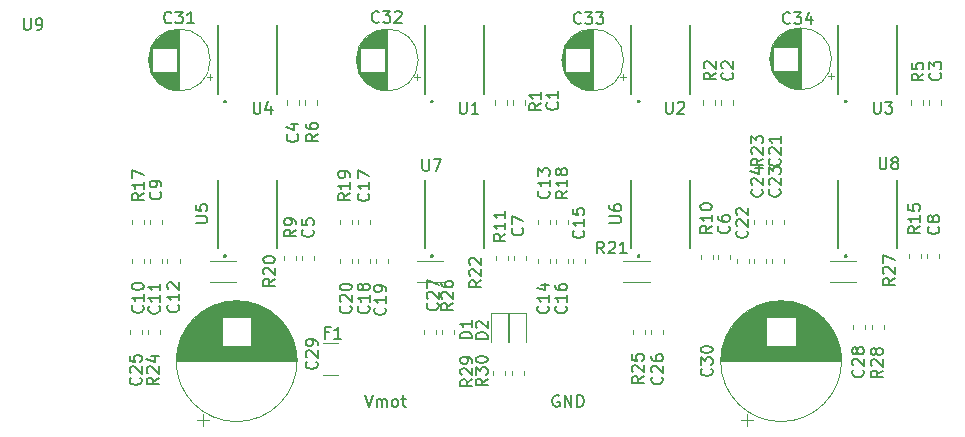
<source format=gbr>
G04 #@! TF.GenerationSoftware,KiCad,Pcbnew,(5.1.5)-3*
G04 #@! TF.CreationDate,2021-07-19T12:04:44+02:00*
G04 #@! TF.ProjectId,4xHalfBridge-VSON8,34784861-6c66-4427-9269-6467652d5653,rev?*
G04 #@! TF.SameCoordinates,Original*
G04 #@! TF.FileFunction,Legend,Top*
G04 #@! TF.FilePolarity,Positive*
%FSLAX46Y46*%
G04 Gerber Fmt 4.6, Leading zero omitted, Abs format (unit mm)*
G04 Created by KiCad (PCBNEW (5.1.5)-3) date 2021-07-19 12:04:44*
%MOMM*%
%LPD*%
G04 APERTURE LIST*
%ADD10C,0.150000*%
%ADD11C,0.120000*%
%ADD12C,0.127000*%
%ADD13C,0.300000*%
G04 APERTURE END LIST*
D10*
X49198095Y-32920000D02*
X49102857Y-32872380D01*
X48960000Y-32872380D01*
X48817142Y-32920000D01*
X48721904Y-33015238D01*
X48674285Y-33110476D01*
X48626666Y-33300952D01*
X48626666Y-33443809D01*
X48674285Y-33634285D01*
X48721904Y-33729523D01*
X48817142Y-33824761D01*
X48960000Y-33872380D01*
X49055238Y-33872380D01*
X49198095Y-33824761D01*
X49245714Y-33777142D01*
X49245714Y-33443809D01*
X49055238Y-33443809D01*
X49674285Y-33872380D02*
X49674285Y-32872380D01*
X50245714Y-33872380D01*
X50245714Y-32872380D01*
X50721904Y-33872380D02*
X50721904Y-32872380D01*
X50960000Y-32872380D01*
X51102857Y-32920000D01*
X51198095Y-33015238D01*
X51245714Y-33110476D01*
X51293333Y-33300952D01*
X51293333Y-33443809D01*
X51245714Y-33634285D01*
X51198095Y-33729523D01*
X51102857Y-33824761D01*
X50960000Y-33872380D01*
X50721904Y-33872380D01*
X32751904Y-32872380D02*
X33085238Y-33872380D01*
X33418571Y-32872380D01*
X33751904Y-33872380D02*
X33751904Y-33205714D01*
X33751904Y-33300952D02*
X33799523Y-33253333D01*
X33894761Y-33205714D01*
X34037619Y-33205714D01*
X34132857Y-33253333D01*
X34180476Y-33348571D01*
X34180476Y-33872380D01*
X34180476Y-33348571D02*
X34228095Y-33253333D01*
X34323333Y-33205714D01*
X34466190Y-33205714D01*
X34561428Y-33253333D01*
X34609047Y-33348571D01*
X34609047Y-33872380D01*
X35228095Y-33872380D02*
X35132857Y-33824761D01*
X35085238Y-33777142D01*
X35037619Y-33681904D01*
X35037619Y-33396190D01*
X35085238Y-33300952D01*
X35132857Y-33253333D01*
X35228095Y-33205714D01*
X35370952Y-33205714D01*
X35466190Y-33253333D01*
X35513809Y-33300952D01*
X35561428Y-33396190D01*
X35561428Y-33681904D01*
X35513809Y-33777142D01*
X35466190Y-33824761D01*
X35370952Y-33872380D01*
X35228095Y-33872380D01*
X35847142Y-33205714D02*
X36228095Y-33205714D01*
X35990000Y-32872380D02*
X35990000Y-33729523D01*
X36037619Y-33824761D01*
X36132857Y-33872380D01*
X36228095Y-33872380D01*
D11*
X45190000Y-30823734D02*
X45190000Y-31166268D01*
X46210000Y-30823734D02*
X46210000Y-31166268D01*
X49960000Y-18371267D02*
X49960000Y-18028733D01*
X48940000Y-18371267D02*
X48940000Y-18028733D01*
X31679000Y-18371267D02*
X31679000Y-18028733D01*
X30659000Y-18371267D02*
X30659000Y-18028733D01*
X66760000Y-18371267D02*
X66760000Y-18028733D01*
X65740000Y-18371267D02*
X65740000Y-18028733D01*
X14045000Y-18371267D02*
X14045000Y-18028733D01*
X13025000Y-18371267D02*
X13025000Y-18028733D01*
X15565000Y-18371267D02*
X15565000Y-18028733D01*
X14545000Y-18371267D02*
X14545000Y-18028733D01*
X68260000Y-18371267D02*
X68260000Y-18028733D01*
X67240000Y-18371267D02*
X67240000Y-18028733D01*
X48435000Y-18371267D02*
X48435000Y-18028733D01*
X47415000Y-18371267D02*
X47415000Y-18028733D01*
X33203000Y-18371267D02*
X33203000Y-18028733D01*
X32183000Y-18371267D02*
X32183000Y-18028733D01*
X72204775Y-6125000D02*
X72204775Y-5625000D01*
X72454775Y-5875000D02*
X71954775Y-5875000D01*
X67049000Y-4684000D02*
X67049000Y-4116000D01*
X67089000Y-4918000D02*
X67089000Y-3882000D01*
X67129000Y-5077000D02*
X67129000Y-3723000D01*
X67169000Y-5205000D02*
X67169000Y-3595000D01*
X67209000Y-5315000D02*
X67209000Y-3485000D01*
X67249000Y-5411000D02*
X67249000Y-3389000D01*
X67289000Y-5498000D02*
X67289000Y-3302000D01*
X67329000Y-5578000D02*
X67329000Y-3222000D01*
X67369000Y-3360000D02*
X67369000Y-3149000D01*
X67369000Y-5651000D02*
X67369000Y-5440000D01*
X67409000Y-3360000D02*
X67409000Y-3081000D01*
X67409000Y-5719000D02*
X67409000Y-5440000D01*
X67449000Y-3360000D02*
X67449000Y-3017000D01*
X67449000Y-5783000D02*
X67449000Y-5440000D01*
X67489000Y-3360000D02*
X67489000Y-2957000D01*
X67489000Y-5843000D02*
X67489000Y-5440000D01*
X67529000Y-3360000D02*
X67529000Y-2900000D01*
X67529000Y-5900000D02*
X67529000Y-5440000D01*
X67569000Y-3360000D02*
X67569000Y-2846000D01*
X67569000Y-5954000D02*
X67569000Y-5440000D01*
X67609000Y-3360000D02*
X67609000Y-2795000D01*
X67609000Y-6005000D02*
X67609000Y-5440000D01*
X67649000Y-3360000D02*
X67649000Y-2747000D01*
X67649000Y-6053000D02*
X67649000Y-5440000D01*
X67689000Y-3360000D02*
X67689000Y-2701000D01*
X67689000Y-6099000D02*
X67689000Y-5440000D01*
X67729000Y-3360000D02*
X67729000Y-2657000D01*
X67729000Y-6143000D02*
X67729000Y-5440000D01*
X67769000Y-3360000D02*
X67769000Y-2615000D01*
X67769000Y-6185000D02*
X67769000Y-5440000D01*
X67809000Y-3360000D02*
X67809000Y-2574000D01*
X67809000Y-6226000D02*
X67809000Y-5440000D01*
X67849000Y-3360000D02*
X67849000Y-2536000D01*
X67849000Y-6264000D02*
X67849000Y-5440000D01*
X67889000Y-3360000D02*
X67889000Y-2499000D01*
X67889000Y-6301000D02*
X67889000Y-5440000D01*
X67929000Y-3360000D02*
X67929000Y-2463000D01*
X67929000Y-6337000D02*
X67929000Y-5440000D01*
X67969000Y-3360000D02*
X67969000Y-2429000D01*
X67969000Y-6371000D02*
X67969000Y-5440000D01*
X68009000Y-3360000D02*
X68009000Y-2396000D01*
X68009000Y-6404000D02*
X68009000Y-5440000D01*
X68049000Y-3360000D02*
X68049000Y-2365000D01*
X68049000Y-6435000D02*
X68049000Y-5440000D01*
X68089000Y-3360000D02*
X68089000Y-2335000D01*
X68089000Y-6465000D02*
X68089000Y-5440000D01*
X68129000Y-3360000D02*
X68129000Y-2305000D01*
X68129000Y-6495000D02*
X68129000Y-5440000D01*
X68169000Y-3360000D02*
X68169000Y-2278000D01*
X68169000Y-6522000D02*
X68169000Y-5440000D01*
X68209000Y-3360000D02*
X68209000Y-2251000D01*
X68209000Y-6549000D02*
X68209000Y-5440000D01*
X68249000Y-3360000D02*
X68249000Y-2225000D01*
X68249000Y-6575000D02*
X68249000Y-5440000D01*
X68289000Y-3360000D02*
X68289000Y-2200000D01*
X68289000Y-6600000D02*
X68289000Y-5440000D01*
X68329000Y-3360000D02*
X68329000Y-2176000D01*
X68329000Y-6624000D02*
X68329000Y-5440000D01*
X68369000Y-3360000D02*
X68369000Y-2153000D01*
X68369000Y-6647000D02*
X68369000Y-5440000D01*
X68409000Y-3360000D02*
X68409000Y-2132000D01*
X68409000Y-6668000D02*
X68409000Y-5440000D01*
X68449000Y-3360000D02*
X68449000Y-2110000D01*
X68449000Y-6690000D02*
X68449000Y-5440000D01*
X68489000Y-3360000D02*
X68489000Y-2090000D01*
X68489000Y-6710000D02*
X68489000Y-5440000D01*
X68529000Y-3360000D02*
X68529000Y-2071000D01*
X68529000Y-6729000D02*
X68529000Y-5440000D01*
X68569000Y-3360000D02*
X68569000Y-2052000D01*
X68569000Y-6748000D02*
X68569000Y-5440000D01*
X68609000Y-3360000D02*
X68609000Y-2035000D01*
X68609000Y-6765000D02*
X68609000Y-5440000D01*
X68649000Y-3360000D02*
X68649000Y-2018000D01*
X68649000Y-6782000D02*
X68649000Y-5440000D01*
X68689000Y-3360000D02*
X68689000Y-2002000D01*
X68689000Y-6798000D02*
X68689000Y-5440000D01*
X68729000Y-3360000D02*
X68729000Y-1986000D01*
X68729000Y-6814000D02*
X68729000Y-5440000D01*
X68769000Y-3360000D02*
X68769000Y-1972000D01*
X68769000Y-6828000D02*
X68769000Y-5440000D01*
X68809000Y-3360000D02*
X68809000Y-1958000D01*
X68809000Y-6842000D02*
X68809000Y-5440000D01*
X68849000Y-3360000D02*
X68849000Y-1945000D01*
X68849000Y-6855000D02*
X68849000Y-5440000D01*
X68889000Y-3360000D02*
X68889000Y-1932000D01*
X68889000Y-6868000D02*
X68889000Y-5440000D01*
X68929000Y-3360000D02*
X68929000Y-1920000D01*
X68929000Y-6880000D02*
X68929000Y-5440000D01*
X68970000Y-3360000D02*
X68970000Y-1909000D01*
X68970000Y-6891000D02*
X68970000Y-5440000D01*
X69010000Y-3360000D02*
X69010000Y-1899000D01*
X69010000Y-6901000D02*
X69010000Y-5440000D01*
X69050000Y-3360000D02*
X69050000Y-1889000D01*
X69050000Y-6911000D02*
X69050000Y-5440000D01*
X69090000Y-3360000D02*
X69090000Y-1880000D01*
X69090000Y-6920000D02*
X69090000Y-5440000D01*
X69130000Y-3360000D02*
X69130000Y-1872000D01*
X69130000Y-6928000D02*
X69130000Y-5440000D01*
X69170000Y-3360000D02*
X69170000Y-1864000D01*
X69170000Y-6936000D02*
X69170000Y-5440000D01*
X69210000Y-3360000D02*
X69210000Y-1857000D01*
X69210000Y-6943000D02*
X69210000Y-5440000D01*
X69250000Y-3360000D02*
X69250000Y-1850000D01*
X69250000Y-6950000D02*
X69250000Y-5440000D01*
X69290000Y-3360000D02*
X69290000Y-1844000D01*
X69290000Y-6956000D02*
X69290000Y-5440000D01*
X69330000Y-3360000D02*
X69330000Y-1839000D01*
X69330000Y-6961000D02*
X69330000Y-5440000D01*
X69370000Y-3360000D02*
X69370000Y-1835000D01*
X69370000Y-6965000D02*
X69370000Y-5440000D01*
X69410000Y-3360000D02*
X69410000Y-1831000D01*
X69410000Y-6969000D02*
X69410000Y-5440000D01*
X69450000Y-6973000D02*
X69450000Y-1827000D01*
X69490000Y-6976000D02*
X69490000Y-1824000D01*
X69530000Y-6978000D02*
X69530000Y-1822000D01*
X69570000Y-6979000D02*
X69570000Y-1821000D01*
X69610000Y-6980000D02*
X69610000Y-1820000D01*
X69650000Y-6980000D02*
X69650000Y-1820000D01*
X72270000Y-4400000D02*
G75*
G03X72270000Y-4400000I-2620000J0D01*
G01*
D12*
X72850000Y-20426250D02*
X72850000Y-14626250D01*
X77850000Y-20426250D02*
X77850000Y-14626250D01*
D13*
X73478750Y-21103750D02*
G75*
G03X73478750Y-21103750I-50000J0D01*
G01*
D12*
X72850000Y-7350000D02*
X72850000Y-1550000D01*
X77850000Y-7350000D02*
X77850000Y-1550000D01*
D13*
X73478750Y-8027500D02*
G75*
G03X73478750Y-8027500I-50000J0D01*
G01*
D12*
X55315000Y-20426250D02*
X55315000Y-14626250D01*
X60315000Y-20426250D02*
X60315000Y-14626250D01*
D13*
X55943750Y-21103750D02*
G75*
G03X55943750Y-21103750I-50000J0D01*
G01*
D12*
X55315000Y-7350000D02*
X55315000Y-1550000D01*
X60315000Y-7350000D02*
X60315000Y-1550000D01*
D13*
X55943750Y-8027500D02*
G75*
G03X55943750Y-8027500I-50000J0D01*
G01*
D12*
X37813333Y-20426250D02*
X37813333Y-14626250D01*
X42813333Y-20426250D02*
X42813333Y-14626250D01*
D13*
X38442083Y-21103750D02*
G75*
G03X38442083Y-21103750I-50000J0D01*
G01*
D12*
X37813333Y-7350000D02*
X37813333Y-1550000D01*
X42813333Y-7350000D02*
X42813333Y-1550000D01*
D13*
X38442083Y-8027500D02*
G75*
G03X38442083Y-8027500I-50000J0D01*
G01*
D12*
X20295000Y-20426250D02*
X20295000Y-14626250D01*
X25295000Y-20426250D02*
X25295000Y-14626250D01*
D13*
X20923750Y-21103750D02*
G75*
G03X20923750Y-21103750I-50000J0D01*
G01*
D12*
X20295000Y-7350000D02*
X20295000Y-1550000D01*
X25295000Y-7350000D02*
X25295000Y-1550000D01*
D13*
X20923750Y-8027500D02*
G75*
G03X20923750Y-8027500I-50000J0D01*
G01*
D11*
X74351252Y-21480000D02*
X72128748Y-21480000D01*
X74351252Y-23300000D02*
X72128748Y-23300000D01*
X75690000Y-26928733D02*
X75690000Y-27271267D01*
X76710000Y-26928733D02*
X76710000Y-27271267D01*
X78790000Y-20928733D02*
X78790000Y-21271267D01*
X79810000Y-20928733D02*
X79810000Y-21271267D01*
X78990000Y-7928733D02*
X78990000Y-8271267D01*
X80010000Y-7928733D02*
X80010000Y-8271267D01*
X56861252Y-21480000D02*
X54638748Y-21480000D01*
X56861252Y-23300000D02*
X54638748Y-23300000D01*
X55490000Y-27373733D02*
X55490000Y-27716267D01*
X56510000Y-27373733D02*
X56510000Y-27716267D01*
X61190000Y-20984733D02*
X61190000Y-21327267D01*
X62210000Y-20984733D02*
X62210000Y-21327267D01*
X61384000Y-7928733D02*
X61384000Y-8271267D01*
X62404000Y-7928733D02*
X62404000Y-8271267D01*
X39371252Y-21480000D02*
X37148748Y-21480000D01*
X39371252Y-23300000D02*
X37148748Y-23300000D01*
X39253000Y-27373733D02*
X39253000Y-27716267D01*
X40273000Y-27373733D02*
X40273000Y-27716267D01*
X43639999Y-30823734D02*
X43639999Y-31166268D01*
X44659999Y-30823734D02*
X44659999Y-31166268D01*
X43826000Y-21084733D02*
X43826000Y-21427267D01*
X44846000Y-21084733D02*
X44846000Y-21427267D01*
X43778000Y-7928733D02*
X43778000Y-8271267D01*
X44798000Y-7928733D02*
X44798000Y-8271267D01*
X21881252Y-21480000D02*
X19658748Y-21480000D01*
X21881252Y-23300000D02*
X19658748Y-23300000D01*
X14400000Y-27373733D02*
X14400000Y-27716267D01*
X15420000Y-27373733D02*
X15420000Y-27716267D01*
X25950000Y-21084733D02*
X25950000Y-21427267D01*
X26970000Y-21084733D02*
X26970000Y-21427267D01*
X27690000Y-7928733D02*
X27690000Y-8271267D01*
X28710000Y-7928733D02*
X28710000Y-8271267D01*
X29242936Y-31205000D02*
X30447064Y-31205000D01*
X29242936Y-28485000D02*
X30447064Y-28485000D01*
X44965000Y-25930000D02*
X44965000Y-28390000D01*
X46435000Y-25930000D02*
X44965000Y-25930000D01*
X46435000Y-28390000D02*
X46435000Y-25930000D01*
X43415000Y-25930000D02*
X43415000Y-28390000D01*
X44885000Y-25930000D02*
X43415000Y-25930000D01*
X44885000Y-28390000D02*
X44885000Y-25930000D01*
X66760000Y-21727267D02*
X66760000Y-21384733D01*
X65740000Y-21727267D02*
X65740000Y-21384733D01*
X68260000Y-21727267D02*
X68260000Y-21384733D01*
X67240000Y-21727267D02*
X67240000Y-21384733D01*
X65260000Y-21727267D02*
X65260000Y-21384733D01*
X64240000Y-21727267D02*
X64240000Y-21384733D01*
X74090000Y-26928733D02*
X74090000Y-27271267D01*
X75110000Y-26928733D02*
X75110000Y-27271267D01*
X80390000Y-20928733D02*
X80390000Y-21271267D01*
X81410000Y-20928733D02*
X81410000Y-21271267D01*
X80490000Y-7928733D02*
X80490000Y-8271267D01*
X81510000Y-7928733D02*
X81510000Y-8271267D01*
X49935000Y-21727267D02*
X49935000Y-21384733D01*
X48915000Y-21727267D02*
X48915000Y-21384733D01*
X51435000Y-21727267D02*
X51435000Y-21384733D01*
X50415000Y-21727267D02*
X50415000Y-21384733D01*
X48410000Y-21727267D02*
X48410000Y-21384733D01*
X47390000Y-21727267D02*
X47390000Y-21384733D01*
X54604775Y-6225000D02*
X54604775Y-5725000D01*
X54854775Y-5975000D02*
X54354775Y-5975000D01*
X49449000Y-4784000D02*
X49449000Y-4216000D01*
X49489000Y-5018000D02*
X49489000Y-3982000D01*
X49529000Y-5177000D02*
X49529000Y-3823000D01*
X49569000Y-5305000D02*
X49569000Y-3695000D01*
X49609000Y-5415000D02*
X49609000Y-3585000D01*
X49649000Y-5511000D02*
X49649000Y-3489000D01*
X49689000Y-5598000D02*
X49689000Y-3402000D01*
X49729000Y-5678000D02*
X49729000Y-3322000D01*
X49769000Y-3460000D02*
X49769000Y-3249000D01*
X49769000Y-5751000D02*
X49769000Y-5540000D01*
X49809000Y-3460000D02*
X49809000Y-3181000D01*
X49809000Y-5819000D02*
X49809000Y-5540000D01*
X49849000Y-3460000D02*
X49849000Y-3117000D01*
X49849000Y-5883000D02*
X49849000Y-5540000D01*
X49889000Y-3460000D02*
X49889000Y-3057000D01*
X49889000Y-5943000D02*
X49889000Y-5540000D01*
X49929000Y-3460000D02*
X49929000Y-3000000D01*
X49929000Y-6000000D02*
X49929000Y-5540000D01*
X49969000Y-3460000D02*
X49969000Y-2946000D01*
X49969000Y-6054000D02*
X49969000Y-5540000D01*
X50009000Y-3460000D02*
X50009000Y-2895000D01*
X50009000Y-6105000D02*
X50009000Y-5540000D01*
X50049000Y-3460000D02*
X50049000Y-2847000D01*
X50049000Y-6153000D02*
X50049000Y-5540000D01*
X50089000Y-3460000D02*
X50089000Y-2801000D01*
X50089000Y-6199000D02*
X50089000Y-5540000D01*
X50129000Y-3460000D02*
X50129000Y-2757000D01*
X50129000Y-6243000D02*
X50129000Y-5540000D01*
X50169000Y-3460000D02*
X50169000Y-2715000D01*
X50169000Y-6285000D02*
X50169000Y-5540000D01*
X50209000Y-3460000D02*
X50209000Y-2674000D01*
X50209000Y-6326000D02*
X50209000Y-5540000D01*
X50249000Y-3460000D02*
X50249000Y-2636000D01*
X50249000Y-6364000D02*
X50249000Y-5540000D01*
X50289000Y-3460000D02*
X50289000Y-2599000D01*
X50289000Y-6401000D02*
X50289000Y-5540000D01*
X50329000Y-3460000D02*
X50329000Y-2563000D01*
X50329000Y-6437000D02*
X50329000Y-5540000D01*
X50369000Y-3460000D02*
X50369000Y-2529000D01*
X50369000Y-6471000D02*
X50369000Y-5540000D01*
X50409000Y-3460000D02*
X50409000Y-2496000D01*
X50409000Y-6504000D02*
X50409000Y-5540000D01*
X50449000Y-3460000D02*
X50449000Y-2465000D01*
X50449000Y-6535000D02*
X50449000Y-5540000D01*
X50489000Y-3460000D02*
X50489000Y-2435000D01*
X50489000Y-6565000D02*
X50489000Y-5540000D01*
X50529000Y-3460000D02*
X50529000Y-2405000D01*
X50529000Y-6595000D02*
X50529000Y-5540000D01*
X50569000Y-3460000D02*
X50569000Y-2378000D01*
X50569000Y-6622000D02*
X50569000Y-5540000D01*
X50609000Y-3460000D02*
X50609000Y-2351000D01*
X50609000Y-6649000D02*
X50609000Y-5540000D01*
X50649000Y-3460000D02*
X50649000Y-2325000D01*
X50649000Y-6675000D02*
X50649000Y-5540000D01*
X50689000Y-3460000D02*
X50689000Y-2300000D01*
X50689000Y-6700000D02*
X50689000Y-5540000D01*
X50729000Y-3460000D02*
X50729000Y-2276000D01*
X50729000Y-6724000D02*
X50729000Y-5540000D01*
X50769000Y-3460000D02*
X50769000Y-2253000D01*
X50769000Y-6747000D02*
X50769000Y-5540000D01*
X50809000Y-3460000D02*
X50809000Y-2232000D01*
X50809000Y-6768000D02*
X50809000Y-5540000D01*
X50849000Y-3460000D02*
X50849000Y-2210000D01*
X50849000Y-6790000D02*
X50849000Y-5540000D01*
X50889000Y-3460000D02*
X50889000Y-2190000D01*
X50889000Y-6810000D02*
X50889000Y-5540000D01*
X50929000Y-3460000D02*
X50929000Y-2171000D01*
X50929000Y-6829000D02*
X50929000Y-5540000D01*
X50969000Y-3460000D02*
X50969000Y-2152000D01*
X50969000Y-6848000D02*
X50969000Y-5540000D01*
X51009000Y-3460000D02*
X51009000Y-2135000D01*
X51009000Y-6865000D02*
X51009000Y-5540000D01*
X51049000Y-3460000D02*
X51049000Y-2118000D01*
X51049000Y-6882000D02*
X51049000Y-5540000D01*
X51089000Y-3460000D02*
X51089000Y-2102000D01*
X51089000Y-6898000D02*
X51089000Y-5540000D01*
X51129000Y-3460000D02*
X51129000Y-2086000D01*
X51129000Y-6914000D02*
X51129000Y-5540000D01*
X51169000Y-3460000D02*
X51169000Y-2072000D01*
X51169000Y-6928000D02*
X51169000Y-5540000D01*
X51209000Y-3460000D02*
X51209000Y-2058000D01*
X51209000Y-6942000D02*
X51209000Y-5540000D01*
X51249000Y-3460000D02*
X51249000Y-2045000D01*
X51249000Y-6955000D02*
X51249000Y-5540000D01*
X51289000Y-3460000D02*
X51289000Y-2032000D01*
X51289000Y-6968000D02*
X51289000Y-5540000D01*
X51329000Y-3460000D02*
X51329000Y-2020000D01*
X51329000Y-6980000D02*
X51329000Y-5540000D01*
X51370000Y-3460000D02*
X51370000Y-2009000D01*
X51370000Y-6991000D02*
X51370000Y-5540000D01*
X51410000Y-3460000D02*
X51410000Y-1999000D01*
X51410000Y-7001000D02*
X51410000Y-5540000D01*
X51450000Y-3460000D02*
X51450000Y-1989000D01*
X51450000Y-7011000D02*
X51450000Y-5540000D01*
X51490000Y-3460000D02*
X51490000Y-1980000D01*
X51490000Y-7020000D02*
X51490000Y-5540000D01*
X51530000Y-3460000D02*
X51530000Y-1972000D01*
X51530000Y-7028000D02*
X51530000Y-5540000D01*
X51570000Y-3460000D02*
X51570000Y-1964000D01*
X51570000Y-7036000D02*
X51570000Y-5540000D01*
X51610000Y-3460000D02*
X51610000Y-1957000D01*
X51610000Y-7043000D02*
X51610000Y-5540000D01*
X51650000Y-3460000D02*
X51650000Y-1950000D01*
X51650000Y-7050000D02*
X51650000Y-5540000D01*
X51690000Y-3460000D02*
X51690000Y-1944000D01*
X51690000Y-7056000D02*
X51690000Y-5540000D01*
X51730000Y-3460000D02*
X51730000Y-1939000D01*
X51730000Y-7061000D02*
X51730000Y-5540000D01*
X51770000Y-3460000D02*
X51770000Y-1935000D01*
X51770000Y-7065000D02*
X51770000Y-5540000D01*
X51810000Y-3460000D02*
X51810000Y-1931000D01*
X51810000Y-7069000D02*
X51810000Y-5540000D01*
X51850000Y-7073000D02*
X51850000Y-1927000D01*
X51890000Y-7076000D02*
X51890000Y-1924000D01*
X51930000Y-7078000D02*
X51930000Y-1922000D01*
X51970000Y-7079000D02*
X51970000Y-1921000D01*
X52010000Y-7080000D02*
X52010000Y-1920000D01*
X52050000Y-7080000D02*
X52050000Y-1920000D01*
X54670000Y-4500000D02*
G75*
G03X54670000Y-4500000I-2620000J0D01*
G01*
X56990000Y-27373733D02*
X56990000Y-27716267D01*
X58010000Y-27373733D02*
X58010000Y-27716267D01*
X37204775Y-6225000D02*
X37204775Y-5725000D01*
X37454775Y-5975000D02*
X36954775Y-5975000D01*
X32049000Y-4784000D02*
X32049000Y-4216000D01*
X32089000Y-5018000D02*
X32089000Y-3982000D01*
X32129000Y-5177000D02*
X32129000Y-3823000D01*
X32169000Y-5305000D02*
X32169000Y-3695000D01*
X32209000Y-5415000D02*
X32209000Y-3585000D01*
X32249000Y-5511000D02*
X32249000Y-3489000D01*
X32289000Y-5598000D02*
X32289000Y-3402000D01*
X32329000Y-5678000D02*
X32329000Y-3322000D01*
X32369000Y-3460000D02*
X32369000Y-3249000D01*
X32369000Y-5751000D02*
X32369000Y-5540000D01*
X32409000Y-3460000D02*
X32409000Y-3181000D01*
X32409000Y-5819000D02*
X32409000Y-5540000D01*
X32449000Y-3460000D02*
X32449000Y-3117000D01*
X32449000Y-5883000D02*
X32449000Y-5540000D01*
X32489000Y-3460000D02*
X32489000Y-3057000D01*
X32489000Y-5943000D02*
X32489000Y-5540000D01*
X32529000Y-3460000D02*
X32529000Y-3000000D01*
X32529000Y-6000000D02*
X32529000Y-5540000D01*
X32569000Y-3460000D02*
X32569000Y-2946000D01*
X32569000Y-6054000D02*
X32569000Y-5540000D01*
X32609000Y-3460000D02*
X32609000Y-2895000D01*
X32609000Y-6105000D02*
X32609000Y-5540000D01*
X32649000Y-3460000D02*
X32649000Y-2847000D01*
X32649000Y-6153000D02*
X32649000Y-5540000D01*
X32689000Y-3460000D02*
X32689000Y-2801000D01*
X32689000Y-6199000D02*
X32689000Y-5540000D01*
X32729000Y-3460000D02*
X32729000Y-2757000D01*
X32729000Y-6243000D02*
X32729000Y-5540000D01*
X32769000Y-3460000D02*
X32769000Y-2715000D01*
X32769000Y-6285000D02*
X32769000Y-5540000D01*
X32809000Y-3460000D02*
X32809000Y-2674000D01*
X32809000Y-6326000D02*
X32809000Y-5540000D01*
X32849000Y-3460000D02*
X32849000Y-2636000D01*
X32849000Y-6364000D02*
X32849000Y-5540000D01*
X32889000Y-3460000D02*
X32889000Y-2599000D01*
X32889000Y-6401000D02*
X32889000Y-5540000D01*
X32929000Y-3460000D02*
X32929000Y-2563000D01*
X32929000Y-6437000D02*
X32929000Y-5540000D01*
X32969000Y-3460000D02*
X32969000Y-2529000D01*
X32969000Y-6471000D02*
X32969000Y-5540000D01*
X33009000Y-3460000D02*
X33009000Y-2496000D01*
X33009000Y-6504000D02*
X33009000Y-5540000D01*
X33049000Y-3460000D02*
X33049000Y-2465000D01*
X33049000Y-6535000D02*
X33049000Y-5540000D01*
X33089000Y-3460000D02*
X33089000Y-2435000D01*
X33089000Y-6565000D02*
X33089000Y-5540000D01*
X33129000Y-3460000D02*
X33129000Y-2405000D01*
X33129000Y-6595000D02*
X33129000Y-5540000D01*
X33169000Y-3460000D02*
X33169000Y-2378000D01*
X33169000Y-6622000D02*
X33169000Y-5540000D01*
X33209000Y-3460000D02*
X33209000Y-2351000D01*
X33209000Y-6649000D02*
X33209000Y-5540000D01*
X33249000Y-3460000D02*
X33249000Y-2325000D01*
X33249000Y-6675000D02*
X33249000Y-5540000D01*
X33289000Y-3460000D02*
X33289000Y-2300000D01*
X33289000Y-6700000D02*
X33289000Y-5540000D01*
X33329000Y-3460000D02*
X33329000Y-2276000D01*
X33329000Y-6724000D02*
X33329000Y-5540000D01*
X33369000Y-3460000D02*
X33369000Y-2253000D01*
X33369000Y-6747000D02*
X33369000Y-5540000D01*
X33409000Y-3460000D02*
X33409000Y-2232000D01*
X33409000Y-6768000D02*
X33409000Y-5540000D01*
X33449000Y-3460000D02*
X33449000Y-2210000D01*
X33449000Y-6790000D02*
X33449000Y-5540000D01*
X33489000Y-3460000D02*
X33489000Y-2190000D01*
X33489000Y-6810000D02*
X33489000Y-5540000D01*
X33529000Y-3460000D02*
X33529000Y-2171000D01*
X33529000Y-6829000D02*
X33529000Y-5540000D01*
X33569000Y-3460000D02*
X33569000Y-2152000D01*
X33569000Y-6848000D02*
X33569000Y-5540000D01*
X33609000Y-3460000D02*
X33609000Y-2135000D01*
X33609000Y-6865000D02*
X33609000Y-5540000D01*
X33649000Y-3460000D02*
X33649000Y-2118000D01*
X33649000Y-6882000D02*
X33649000Y-5540000D01*
X33689000Y-3460000D02*
X33689000Y-2102000D01*
X33689000Y-6898000D02*
X33689000Y-5540000D01*
X33729000Y-3460000D02*
X33729000Y-2086000D01*
X33729000Y-6914000D02*
X33729000Y-5540000D01*
X33769000Y-3460000D02*
X33769000Y-2072000D01*
X33769000Y-6928000D02*
X33769000Y-5540000D01*
X33809000Y-3460000D02*
X33809000Y-2058000D01*
X33809000Y-6942000D02*
X33809000Y-5540000D01*
X33849000Y-3460000D02*
X33849000Y-2045000D01*
X33849000Y-6955000D02*
X33849000Y-5540000D01*
X33889000Y-3460000D02*
X33889000Y-2032000D01*
X33889000Y-6968000D02*
X33889000Y-5540000D01*
X33929000Y-3460000D02*
X33929000Y-2020000D01*
X33929000Y-6980000D02*
X33929000Y-5540000D01*
X33970000Y-3460000D02*
X33970000Y-2009000D01*
X33970000Y-6991000D02*
X33970000Y-5540000D01*
X34010000Y-3460000D02*
X34010000Y-1999000D01*
X34010000Y-7001000D02*
X34010000Y-5540000D01*
X34050000Y-3460000D02*
X34050000Y-1989000D01*
X34050000Y-7011000D02*
X34050000Y-5540000D01*
X34090000Y-3460000D02*
X34090000Y-1980000D01*
X34090000Y-7020000D02*
X34090000Y-5540000D01*
X34130000Y-3460000D02*
X34130000Y-1972000D01*
X34130000Y-7028000D02*
X34130000Y-5540000D01*
X34170000Y-3460000D02*
X34170000Y-1964000D01*
X34170000Y-7036000D02*
X34170000Y-5540000D01*
X34210000Y-3460000D02*
X34210000Y-1957000D01*
X34210000Y-7043000D02*
X34210000Y-5540000D01*
X34250000Y-3460000D02*
X34250000Y-1950000D01*
X34250000Y-7050000D02*
X34250000Y-5540000D01*
X34290000Y-3460000D02*
X34290000Y-1944000D01*
X34290000Y-7056000D02*
X34290000Y-5540000D01*
X34330000Y-3460000D02*
X34330000Y-1939000D01*
X34330000Y-7061000D02*
X34330000Y-5540000D01*
X34370000Y-3460000D02*
X34370000Y-1935000D01*
X34370000Y-7065000D02*
X34370000Y-5540000D01*
X34410000Y-3460000D02*
X34410000Y-1931000D01*
X34410000Y-7069000D02*
X34410000Y-5540000D01*
X34450000Y-7073000D02*
X34450000Y-1927000D01*
X34490000Y-7076000D02*
X34490000Y-1924000D01*
X34530000Y-7078000D02*
X34530000Y-1922000D01*
X34570000Y-7079000D02*
X34570000Y-1921000D01*
X34610000Y-7080000D02*
X34610000Y-1920000D01*
X34650000Y-7080000D02*
X34650000Y-1920000D01*
X37270000Y-4500000D02*
G75*
G03X37270000Y-4500000I-2620000J0D01*
G01*
X62690000Y-20984733D02*
X62690000Y-21327267D01*
X63710000Y-20984733D02*
X63710000Y-21327267D01*
X19604775Y-6225000D02*
X19604775Y-5725000D01*
X19854775Y-5975000D02*
X19354775Y-5975000D01*
X14449000Y-4784000D02*
X14449000Y-4216000D01*
X14489000Y-5018000D02*
X14489000Y-3982000D01*
X14529000Y-5177000D02*
X14529000Y-3823000D01*
X14569000Y-5305000D02*
X14569000Y-3695000D01*
X14609000Y-5415000D02*
X14609000Y-3585000D01*
X14649000Y-5511000D02*
X14649000Y-3489000D01*
X14689000Y-5598000D02*
X14689000Y-3402000D01*
X14729000Y-5678000D02*
X14729000Y-3322000D01*
X14769000Y-3460000D02*
X14769000Y-3249000D01*
X14769000Y-5751000D02*
X14769000Y-5540000D01*
X14809000Y-3460000D02*
X14809000Y-3181000D01*
X14809000Y-5819000D02*
X14809000Y-5540000D01*
X14849000Y-3460000D02*
X14849000Y-3117000D01*
X14849000Y-5883000D02*
X14849000Y-5540000D01*
X14889000Y-3460000D02*
X14889000Y-3057000D01*
X14889000Y-5943000D02*
X14889000Y-5540000D01*
X14929000Y-3460000D02*
X14929000Y-3000000D01*
X14929000Y-6000000D02*
X14929000Y-5540000D01*
X14969000Y-3460000D02*
X14969000Y-2946000D01*
X14969000Y-6054000D02*
X14969000Y-5540000D01*
X15009000Y-3460000D02*
X15009000Y-2895000D01*
X15009000Y-6105000D02*
X15009000Y-5540000D01*
X15049000Y-3460000D02*
X15049000Y-2847000D01*
X15049000Y-6153000D02*
X15049000Y-5540000D01*
X15089000Y-3460000D02*
X15089000Y-2801000D01*
X15089000Y-6199000D02*
X15089000Y-5540000D01*
X15129000Y-3460000D02*
X15129000Y-2757000D01*
X15129000Y-6243000D02*
X15129000Y-5540000D01*
X15169000Y-3460000D02*
X15169000Y-2715000D01*
X15169000Y-6285000D02*
X15169000Y-5540000D01*
X15209000Y-3460000D02*
X15209000Y-2674000D01*
X15209000Y-6326000D02*
X15209000Y-5540000D01*
X15249000Y-3460000D02*
X15249000Y-2636000D01*
X15249000Y-6364000D02*
X15249000Y-5540000D01*
X15289000Y-3460000D02*
X15289000Y-2599000D01*
X15289000Y-6401000D02*
X15289000Y-5540000D01*
X15329000Y-3460000D02*
X15329000Y-2563000D01*
X15329000Y-6437000D02*
X15329000Y-5540000D01*
X15369000Y-3460000D02*
X15369000Y-2529000D01*
X15369000Y-6471000D02*
X15369000Y-5540000D01*
X15409000Y-3460000D02*
X15409000Y-2496000D01*
X15409000Y-6504000D02*
X15409000Y-5540000D01*
X15449000Y-3460000D02*
X15449000Y-2465000D01*
X15449000Y-6535000D02*
X15449000Y-5540000D01*
X15489000Y-3460000D02*
X15489000Y-2435000D01*
X15489000Y-6565000D02*
X15489000Y-5540000D01*
X15529000Y-3460000D02*
X15529000Y-2405000D01*
X15529000Y-6595000D02*
X15529000Y-5540000D01*
X15569000Y-3460000D02*
X15569000Y-2378000D01*
X15569000Y-6622000D02*
X15569000Y-5540000D01*
X15609000Y-3460000D02*
X15609000Y-2351000D01*
X15609000Y-6649000D02*
X15609000Y-5540000D01*
X15649000Y-3460000D02*
X15649000Y-2325000D01*
X15649000Y-6675000D02*
X15649000Y-5540000D01*
X15689000Y-3460000D02*
X15689000Y-2300000D01*
X15689000Y-6700000D02*
X15689000Y-5540000D01*
X15729000Y-3460000D02*
X15729000Y-2276000D01*
X15729000Y-6724000D02*
X15729000Y-5540000D01*
X15769000Y-3460000D02*
X15769000Y-2253000D01*
X15769000Y-6747000D02*
X15769000Y-5540000D01*
X15809000Y-3460000D02*
X15809000Y-2232000D01*
X15809000Y-6768000D02*
X15809000Y-5540000D01*
X15849000Y-3460000D02*
X15849000Y-2210000D01*
X15849000Y-6790000D02*
X15849000Y-5540000D01*
X15889000Y-3460000D02*
X15889000Y-2190000D01*
X15889000Y-6810000D02*
X15889000Y-5540000D01*
X15929000Y-3460000D02*
X15929000Y-2171000D01*
X15929000Y-6829000D02*
X15929000Y-5540000D01*
X15969000Y-3460000D02*
X15969000Y-2152000D01*
X15969000Y-6848000D02*
X15969000Y-5540000D01*
X16009000Y-3460000D02*
X16009000Y-2135000D01*
X16009000Y-6865000D02*
X16009000Y-5540000D01*
X16049000Y-3460000D02*
X16049000Y-2118000D01*
X16049000Y-6882000D02*
X16049000Y-5540000D01*
X16089000Y-3460000D02*
X16089000Y-2102000D01*
X16089000Y-6898000D02*
X16089000Y-5540000D01*
X16129000Y-3460000D02*
X16129000Y-2086000D01*
X16129000Y-6914000D02*
X16129000Y-5540000D01*
X16169000Y-3460000D02*
X16169000Y-2072000D01*
X16169000Y-6928000D02*
X16169000Y-5540000D01*
X16209000Y-3460000D02*
X16209000Y-2058000D01*
X16209000Y-6942000D02*
X16209000Y-5540000D01*
X16249000Y-3460000D02*
X16249000Y-2045000D01*
X16249000Y-6955000D02*
X16249000Y-5540000D01*
X16289000Y-3460000D02*
X16289000Y-2032000D01*
X16289000Y-6968000D02*
X16289000Y-5540000D01*
X16329000Y-3460000D02*
X16329000Y-2020000D01*
X16329000Y-6980000D02*
X16329000Y-5540000D01*
X16370000Y-3460000D02*
X16370000Y-2009000D01*
X16370000Y-6991000D02*
X16370000Y-5540000D01*
X16410000Y-3460000D02*
X16410000Y-1999000D01*
X16410000Y-7001000D02*
X16410000Y-5540000D01*
X16450000Y-3460000D02*
X16450000Y-1989000D01*
X16450000Y-7011000D02*
X16450000Y-5540000D01*
X16490000Y-3460000D02*
X16490000Y-1980000D01*
X16490000Y-7020000D02*
X16490000Y-5540000D01*
X16530000Y-3460000D02*
X16530000Y-1972000D01*
X16530000Y-7028000D02*
X16530000Y-5540000D01*
X16570000Y-3460000D02*
X16570000Y-1964000D01*
X16570000Y-7036000D02*
X16570000Y-5540000D01*
X16610000Y-3460000D02*
X16610000Y-1957000D01*
X16610000Y-7043000D02*
X16610000Y-5540000D01*
X16650000Y-3460000D02*
X16650000Y-1950000D01*
X16650000Y-7050000D02*
X16650000Y-5540000D01*
X16690000Y-3460000D02*
X16690000Y-1944000D01*
X16690000Y-7056000D02*
X16690000Y-5540000D01*
X16730000Y-3460000D02*
X16730000Y-1939000D01*
X16730000Y-7061000D02*
X16730000Y-5540000D01*
X16770000Y-3460000D02*
X16770000Y-1935000D01*
X16770000Y-7065000D02*
X16770000Y-5540000D01*
X16810000Y-3460000D02*
X16810000Y-1931000D01*
X16810000Y-7069000D02*
X16810000Y-5540000D01*
X16850000Y-7073000D02*
X16850000Y-1927000D01*
X16890000Y-7076000D02*
X16890000Y-1924000D01*
X16930000Y-7078000D02*
X16930000Y-1922000D01*
X16970000Y-7079000D02*
X16970000Y-1921000D01*
X17010000Y-7080000D02*
X17010000Y-1920000D01*
X17050000Y-7080000D02*
X17050000Y-1920000D01*
X19670000Y-4500000D02*
G75*
G03X19670000Y-4500000I-2620000J0D01*
G01*
X62890000Y-7928733D02*
X62890000Y-8271267D01*
X63910000Y-7928733D02*
X63910000Y-8271267D01*
X64625000Y-34979646D02*
X65625000Y-34979646D01*
X65125000Y-35479646D02*
X65125000Y-34479646D01*
X67401000Y-24919000D02*
X68599000Y-24919000D01*
X67138000Y-24959000D02*
X68862000Y-24959000D01*
X66938000Y-24999000D02*
X69062000Y-24999000D01*
X66770000Y-25039000D02*
X69230000Y-25039000D01*
X66622000Y-25079000D02*
X69378000Y-25079000D01*
X66490000Y-25119000D02*
X69510000Y-25119000D01*
X66370000Y-25159000D02*
X69630000Y-25159000D01*
X66258000Y-25199000D02*
X69742000Y-25199000D01*
X66154000Y-25239000D02*
X69846000Y-25239000D01*
X66056000Y-25279000D02*
X69944000Y-25279000D01*
X65963000Y-25319000D02*
X70037000Y-25319000D01*
X65875000Y-25359000D02*
X70125000Y-25359000D01*
X65791000Y-25399000D02*
X70209000Y-25399000D01*
X65711000Y-25439000D02*
X70289000Y-25439000D01*
X65635000Y-25479000D02*
X70365000Y-25479000D01*
X65561000Y-25519000D02*
X70439000Y-25519000D01*
X65490000Y-25559000D02*
X70510000Y-25559000D01*
X65421000Y-25599000D02*
X70579000Y-25599000D01*
X65355000Y-25639000D02*
X70645000Y-25639000D01*
X65291000Y-25679000D02*
X70709000Y-25679000D01*
X65230000Y-25719000D02*
X70770000Y-25719000D01*
X65170000Y-25759000D02*
X70830000Y-25759000D01*
X65111000Y-25799000D02*
X70889000Y-25799000D01*
X65055000Y-25839000D02*
X70945000Y-25839000D01*
X65000000Y-25879000D02*
X71000000Y-25879000D01*
X64946000Y-25919000D02*
X71054000Y-25919000D01*
X64894000Y-25959000D02*
X71106000Y-25959000D01*
X64844000Y-25999000D02*
X71156000Y-25999000D01*
X64794000Y-26039000D02*
X71206000Y-26039000D01*
X64746000Y-26079000D02*
X71254000Y-26079000D01*
X64699000Y-26119000D02*
X71301000Y-26119000D01*
X64653000Y-26159000D02*
X71347000Y-26159000D01*
X64608000Y-26199000D02*
X71392000Y-26199000D01*
X64564000Y-26239000D02*
X71436000Y-26239000D01*
X69241000Y-26279000D02*
X71478000Y-26279000D01*
X64522000Y-26279000D02*
X66759000Y-26279000D01*
X69241000Y-26319000D02*
X71520000Y-26319000D01*
X64480000Y-26319000D02*
X66759000Y-26319000D01*
X69241000Y-26359000D02*
X71561000Y-26359000D01*
X64439000Y-26359000D02*
X66759000Y-26359000D01*
X69241000Y-26399000D02*
X71601000Y-26399000D01*
X64399000Y-26399000D02*
X66759000Y-26399000D01*
X69241000Y-26439000D02*
X71640000Y-26439000D01*
X64360000Y-26439000D02*
X66759000Y-26439000D01*
X69241000Y-26479000D02*
X71679000Y-26479000D01*
X64321000Y-26479000D02*
X66759000Y-26479000D01*
X69241000Y-26519000D02*
X71716000Y-26519000D01*
X64284000Y-26519000D02*
X66759000Y-26519000D01*
X69241000Y-26559000D02*
X71753000Y-26559000D01*
X64247000Y-26559000D02*
X66759000Y-26559000D01*
X69241000Y-26599000D02*
X71789000Y-26599000D01*
X64211000Y-26599000D02*
X66759000Y-26599000D01*
X69241000Y-26639000D02*
X71824000Y-26639000D01*
X64176000Y-26639000D02*
X66759000Y-26639000D01*
X69241000Y-26679000D02*
X71858000Y-26679000D01*
X64142000Y-26679000D02*
X66759000Y-26679000D01*
X69241000Y-26719000D02*
X71892000Y-26719000D01*
X64108000Y-26719000D02*
X66759000Y-26719000D01*
X69241000Y-26759000D02*
X71925000Y-26759000D01*
X64075000Y-26759000D02*
X66759000Y-26759000D01*
X69241000Y-26799000D02*
X71957000Y-26799000D01*
X64043000Y-26799000D02*
X66759000Y-26799000D01*
X69241000Y-26839000D02*
X71989000Y-26839000D01*
X64011000Y-26839000D02*
X66759000Y-26839000D01*
X69241000Y-26879000D02*
X72020000Y-26879000D01*
X63980000Y-26879000D02*
X66759000Y-26879000D01*
X69241000Y-26919000D02*
X72050000Y-26919000D01*
X63950000Y-26919000D02*
X66759000Y-26919000D01*
X69241000Y-26959000D02*
X72080000Y-26959000D01*
X63920000Y-26959000D02*
X66759000Y-26959000D01*
X69241000Y-26999000D02*
X72110000Y-26999000D01*
X63890000Y-26999000D02*
X66759000Y-26999000D01*
X69241000Y-27039000D02*
X72138000Y-27039000D01*
X63862000Y-27039000D02*
X66759000Y-27039000D01*
X69241000Y-27079000D02*
X72166000Y-27079000D01*
X63834000Y-27079000D02*
X66759000Y-27079000D01*
X69241000Y-27119000D02*
X72194000Y-27119000D01*
X63806000Y-27119000D02*
X66759000Y-27119000D01*
X69241000Y-27159000D02*
X72221000Y-27159000D01*
X63779000Y-27159000D02*
X66759000Y-27159000D01*
X69241000Y-27199000D02*
X72247000Y-27199000D01*
X63753000Y-27199000D02*
X66759000Y-27199000D01*
X69241000Y-27239000D02*
X72273000Y-27239000D01*
X63727000Y-27239000D02*
X66759000Y-27239000D01*
X69241000Y-27279000D02*
X72298000Y-27279000D01*
X63702000Y-27279000D02*
X66759000Y-27279000D01*
X69241000Y-27319000D02*
X72323000Y-27319000D01*
X63677000Y-27319000D02*
X66759000Y-27319000D01*
X69241000Y-27359000D02*
X72347000Y-27359000D01*
X63653000Y-27359000D02*
X66759000Y-27359000D01*
X69241000Y-27399000D02*
X72371000Y-27399000D01*
X63629000Y-27399000D02*
X66759000Y-27399000D01*
X69241000Y-27439000D02*
X72395000Y-27439000D01*
X63605000Y-27439000D02*
X66759000Y-27439000D01*
X69241000Y-27479000D02*
X72417000Y-27479000D01*
X63583000Y-27479000D02*
X66759000Y-27479000D01*
X69241000Y-27519000D02*
X72440000Y-27519000D01*
X63560000Y-27519000D02*
X66759000Y-27519000D01*
X69241000Y-27559000D02*
X72462000Y-27559000D01*
X63538000Y-27559000D02*
X66759000Y-27559000D01*
X69241000Y-27599000D02*
X72483000Y-27599000D01*
X63517000Y-27599000D02*
X66759000Y-27599000D01*
X69241000Y-27639000D02*
X72504000Y-27639000D01*
X63496000Y-27639000D02*
X66759000Y-27639000D01*
X69241000Y-27679000D02*
X72525000Y-27679000D01*
X63475000Y-27679000D02*
X66759000Y-27679000D01*
X69241000Y-27719000D02*
X72545000Y-27719000D01*
X63455000Y-27719000D02*
X66759000Y-27719000D01*
X69241000Y-27759000D02*
X72564000Y-27759000D01*
X63436000Y-27759000D02*
X66759000Y-27759000D01*
X69241000Y-27799000D02*
X72584000Y-27799000D01*
X63416000Y-27799000D02*
X66759000Y-27799000D01*
X69241000Y-27839000D02*
X72603000Y-27839000D01*
X63397000Y-27839000D02*
X66759000Y-27839000D01*
X69241000Y-27879000D02*
X72621000Y-27879000D01*
X63379000Y-27879000D02*
X66759000Y-27879000D01*
X69241000Y-27919000D02*
X72639000Y-27919000D01*
X63361000Y-27919000D02*
X66759000Y-27919000D01*
X69241000Y-27959000D02*
X72657000Y-27959000D01*
X63343000Y-27959000D02*
X66759000Y-27959000D01*
X69241000Y-27999000D02*
X72674000Y-27999000D01*
X63326000Y-27999000D02*
X66759000Y-27999000D01*
X69241000Y-28039000D02*
X72690000Y-28039000D01*
X63310000Y-28039000D02*
X66759000Y-28039000D01*
X69241000Y-28079000D02*
X72707000Y-28079000D01*
X63293000Y-28079000D02*
X66759000Y-28079000D01*
X69241000Y-28119000D02*
X72723000Y-28119000D01*
X63277000Y-28119000D02*
X66759000Y-28119000D01*
X69241000Y-28159000D02*
X72738000Y-28159000D01*
X63262000Y-28159000D02*
X66759000Y-28159000D01*
X69241000Y-28199000D02*
X72754000Y-28199000D01*
X63246000Y-28199000D02*
X66759000Y-28199000D01*
X69241000Y-28239000D02*
X72768000Y-28239000D01*
X63232000Y-28239000D02*
X66759000Y-28239000D01*
X69241000Y-28279000D02*
X72783000Y-28279000D01*
X63217000Y-28279000D02*
X66759000Y-28279000D01*
X69241000Y-28319000D02*
X72797000Y-28319000D01*
X63203000Y-28319000D02*
X66759000Y-28319000D01*
X69241000Y-28359000D02*
X72811000Y-28359000D01*
X63189000Y-28359000D02*
X66759000Y-28359000D01*
X69241000Y-28399000D02*
X72824000Y-28399000D01*
X63176000Y-28399000D02*
X66759000Y-28399000D01*
X69241000Y-28439000D02*
X72837000Y-28439000D01*
X63163000Y-28439000D02*
X66759000Y-28439000D01*
X69241000Y-28479000D02*
X72850000Y-28479000D01*
X63150000Y-28479000D02*
X66759000Y-28479000D01*
X69241000Y-28519000D02*
X72862000Y-28519000D01*
X63138000Y-28519000D02*
X66759000Y-28519000D01*
X69241000Y-28559000D02*
X72874000Y-28559000D01*
X63126000Y-28559000D02*
X66759000Y-28559000D01*
X69241000Y-28599000D02*
X72885000Y-28599000D01*
X63115000Y-28599000D02*
X66759000Y-28599000D01*
X69241000Y-28639000D02*
X72897000Y-28639000D01*
X63103000Y-28639000D02*
X66759000Y-28639000D01*
X69241000Y-28679000D02*
X72907000Y-28679000D01*
X63093000Y-28679000D02*
X66759000Y-28679000D01*
X69241000Y-28719000D02*
X72918000Y-28719000D01*
X63082000Y-28719000D02*
X66759000Y-28719000D01*
X63072000Y-28759000D02*
X72928000Y-28759000D01*
X63062000Y-28799000D02*
X72938000Y-28799000D01*
X63053000Y-28839000D02*
X72947000Y-28839000D01*
X63044000Y-28879000D02*
X72956000Y-28879000D01*
X63035000Y-28919000D02*
X72965000Y-28919000D01*
X63026000Y-28959000D02*
X72974000Y-28959000D01*
X63018000Y-28999000D02*
X72982000Y-28999000D01*
X63010000Y-29039000D02*
X72990000Y-29039000D01*
X63003000Y-29079000D02*
X72997000Y-29079000D01*
X62996000Y-29119000D02*
X73004000Y-29119000D01*
X62989000Y-29159000D02*
X73011000Y-29159000D01*
X62982000Y-29199000D02*
X73018000Y-29199000D01*
X62976000Y-29239000D02*
X73024000Y-29239000D01*
X62970000Y-29279000D02*
X73030000Y-29279000D01*
X62965000Y-29320000D02*
X73035000Y-29320000D01*
X62960000Y-29360000D02*
X73040000Y-29360000D01*
X62955000Y-29400000D02*
X73045000Y-29400000D01*
X62950000Y-29440000D02*
X73050000Y-29440000D01*
X62946000Y-29480000D02*
X73054000Y-29480000D01*
X62942000Y-29520000D02*
X73058000Y-29520000D01*
X62938000Y-29560000D02*
X73062000Y-29560000D01*
X62935000Y-29600000D02*
X73065000Y-29600000D01*
X62932000Y-29640000D02*
X73068000Y-29640000D01*
X62930000Y-29680000D02*
X73070000Y-29680000D01*
X62927000Y-29720000D02*
X73073000Y-29720000D01*
X62925000Y-29760000D02*
X73075000Y-29760000D01*
X62923000Y-29800000D02*
X73077000Y-29800000D01*
X62922000Y-29840000D02*
X73078000Y-29840000D01*
X62921000Y-29880000D02*
X73079000Y-29880000D01*
X62920000Y-29920000D02*
X73080000Y-29920000D01*
X62920000Y-29960000D02*
X73080000Y-29960000D01*
X62920000Y-30000000D02*
X73080000Y-30000000D01*
X73120000Y-30000000D02*
G75*
G03X73120000Y-30000000I-5120000J0D01*
G01*
X18525000Y-34979646D02*
X19525000Y-34979646D01*
X19025000Y-35479646D02*
X19025000Y-34479646D01*
X21301000Y-24919000D02*
X22499000Y-24919000D01*
X21038000Y-24959000D02*
X22762000Y-24959000D01*
X20838000Y-24999000D02*
X22962000Y-24999000D01*
X20670000Y-25039000D02*
X23130000Y-25039000D01*
X20522000Y-25079000D02*
X23278000Y-25079000D01*
X20390000Y-25119000D02*
X23410000Y-25119000D01*
X20270000Y-25159000D02*
X23530000Y-25159000D01*
X20158000Y-25199000D02*
X23642000Y-25199000D01*
X20054000Y-25239000D02*
X23746000Y-25239000D01*
X19956000Y-25279000D02*
X23844000Y-25279000D01*
X19863000Y-25319000D02*
X23937000Y-25319000D01*
X19775000Y-25359000D02*
X24025000Y-25359000D01*
X19691000Y-25399000D02*
X24109000Y-25399000D01*
X19611000Y-25439000D02*
X24189000Y-25439000D01*
X19535000Y-25479000D02*
X24265000Y-25479000D01*
X19461000Y-25519000D02*
X24339000Y-25519000D01*
X19390000Y-25559000D02*
X24410000Y-25559000D01*
X19321000Y-25599000D02*
X24479000Y-25599000D01*
X19255000Y-25639000D02*
X24545000Y-25639000D01*
X19191000Y-25679000D02*
X24609000Y-25679000D01*
X19130000Y-25719000D02*
X24670000Y-25719000D01*
X19070000Y-25759000D02*
X24730000Y-25759000D01*
X19011000Y-25799000D02*
X24789000Y-25799000D01*
X18955000Y-25839000D02*
X24845000Y-25839000D01*
X18900000Y-25879000D02*
X24900000Y-25879000D01*
X18846000Y-25919000D02*
X24954000Y-25919000D01*
X18794000Y-25959000D02*
X25006000Y-25959000D01*
X18744000Y-25999000D02*
X25056000Y-25999000D01*
X18694000Y-26039000D02*
X25106000Y-26039000D01*
X18646000Y-26079000D02*
X25154000Y-26079000D01*
X18599000Y-26119000D02*
X25201000Y-26119000D01*
X18553000Y-26159000D02*
X25247000Y-26159000D01*
X18508000Y-26199000D02*
X25292000Y-26199000D01*
X18464000Y-26239000D02*
X25336000Y-26239000D01*
X23141000Y-26279000D02*
X25378000Y-26279000D01*
X18422000Y-26279000D02*
X20659000Y-26279000D01*
X23141000Y-26319000D02*
X25420000Y-26319000D01*
X18380000Y-26319000D02*
X20659000Y-26319000D01*
X23141000Y-26359000D02*
X25461000Y-26359000D01*
X18339000Y-26359000D02*
X20659000Y-26359000D01*
X23141000Y-26399000D02*
X25501000Y-26399000D01*
X18299000Y-26399000D02*
X20659000Y-26399000D01*
X23141000Y-26439000D02*
X25540000Y-26439000D01*
X18260000Y-26439000D02*
X20659000Y-26439000D01*
X23141000Y-26479000D02*
X25579000Y-26479000D01*
X18221000Y-26479000D02*
X20659000Y-26479000D01*
X23141000Y-26519000D02*
X25616000Y-26519000D01*
X18184000Y-26519000D02*
X20659000Y-26519000D01*
X23141000Y-26559000D02*
X25653000Y-26559000D01*
X18147000Y-26559000D02*
X20659000Y-26559000D01*
X23141000Y-26599000D02*
X25689000Y-26599000D01*
X18111000Y-26599000D02*
X20659000Y-26599000D01*
X23141000Y-26639000D02*
X25724000Y-26639000D01*
X18076000Y-26639000D02*
X20659000Y-26639000D01*
X23141000Y-26679000D02*
X25758000Y-26679000D01*
X18042000Y-26679000D02*
X20659000Y-26679000D01*
X23141000Y-26719000D02*
X25792000Y-26719000D01*
X18008000Y-26719000D02*
X20659000Y-26719000D01*
X23141000Y-26759000D02*
X25825000Y-26759000D01*
X17975000Y-26759000D02*
X20659000Y-26759000D01*
X23141000Y-26799000D02*
X25857000Y-26799000D01*
X17943000Y-26799000D02*
X20659000Y-26799000D01*
X23141000Y-26839000D02*
X25889000Y-26839000D01*
X17911000Y-26839000D02*
X20659000Y-26839000D01*
X23141000Y-26879000D02*
X25920000Y-26879000D01*
X17880000Y-26879000D02*
X20659000Y-26879000D01*
X23141000Y-26919000D02*
X25950000Y-26919000D01*
X17850000Y-26919000D02*
X20659000Y-26919000D01*
X23141000Y-26959000D02*
X25980000Y-26959000D01*
X17820000Y-26959000D02*
X20659000Y-26959000D01*
X23141000Y-26999000D02*
X26010000Y-26999000D01*
X17790000Y-26999000D02*
X20659000Y-26999000D01*
X23141000Y-27039000D02*
X26038000Y-27039000D01*
X17762000Y-27039000D02*
X20659000Y-27039000D01*
X23141000Y-27079000D02*
X26066000Y-27079000D01*
X17734000Y-27079000D02*
X20659000Y-27079000D01*
X23141000Y-27119000D02*
X26094000Y-27119000D01*
X17706000Y-27119000D02*
X20659000Y-27119000D01*
X23141000Y-27159000D02*
X26121000Y-27159000D01*
X17679000Y-27159000D02*
X20659000Y-27159000D01*
X23141000Y-27199000D02*
X26147000Y-27199000D01*
X17653000Y-27199000D02*
X20659000Y-27199000D01*
X23141000Y-27239000D02*
X26173000Y-27239000D01*
X17627000Y-27239000D02*
X20659000Y-27239000D01*
X23141000Y-27279000D02*
X26198000Y-27279000D01*
X17602000Y-27279000D02*
X20659000Y-27279000D01*
X23141000Y-27319000D02*
X26223000Y-27319000D01*
X17577000Y-27319000D02*
X20659000Y-27319000D01*
X23141000Y-27359000D02*
X26247000Y-27359000D01*
X17553000Y-27359000D02*
X20659000Y-27359000D01*
X23141000Y-27399000D02*
X26271000Y-27399000D01*
X17529000Y-27399000D02*
X20659000Y-27399000D01*
X23141000Y-27439000D02*
X26295000Y-27439000D01*
X17505000Y-27439000D02*
X20659000Y-27439000D01*
X23141000Y-27479000D02*
X26317000Y-27479000D01*
X17483000Y-27479000D02*
X20659000Y-27479000D01*
X23141000Y-27519000D02*
X26340000Y-27519000D01*
X17460000Y-27519000D02*
X20659000Y-27519000D01*
X23141000Y-27559000D02*
X26362000Y-27559000D01*
X17438000Y-27559000D02*
X20659000Y-27559000D01*
X23141000Y-27599000D02*
X26383000Y-27599000D01*
X17417000Y-27599000D02*
X20659000Y-27599000D01*
X23141000Y-27639000D02*
X26404000Y-27639000D01*
X17396000Y-27639000D02*
X20659000Y-27639000D01*
X23141000Y-27679000D02*
X26425000Y-27679000D01*
X17375000Y-27679000D02*
X20659000Y-27679000D01*
X23141000Y-27719000D02*
X26445000Y-27719000D01*
X17355000Y-27719000D02*
X20659000Y-27719000D01*
X23141000Y-27759000D02*
X26464000Y-27759000D01*
X17336000Y-27759000D02*
X20659000Y-27759000D01*
X23141000Y-27799000D02*
X26484000Y-27799000D01*
X17316000Y-27799000D02*
X20659000Y-27799000D01*
X23141000Y-27839000D02*
X26503000Y-27839000D01*
X17297000Y-27839000D02*
X20659000Y-27839000D01*
X23141000Y-27879000D02*
X26521000Y-27879000D01*
X17279000Y-27879000D02*
X20659000Y-27879000D01*
X23141000Y-27919000D02*
X26539000Y-27919000D01*
X17261000Y-27919000D02*
X20659000Y-27919000D01*
X23141000Y-27959000D02*
X26557000Y-27959000D01*
X17243000Y-27959000D02*
X20659000Y-27959000D01*
X23141000Y-27999000D02*
X26574000Y-27999000D01*
X17226000Y-27999000D02*
X20659000Y-27999000D01*
X23141000Y-28039000D02*
X26590000Y-28039000D01*
X17210000Y-28039000D02*
X20659000Y-28039000D01*
X23141000Y-28079000D02*
X26607000Y-28079000D01*
X17193000Y-28079000D02*
X20659000Y-28079000D01*
X23141000Y-28119000D02*
X26623000Y-28119000D01*
X17177000Y-28119000D02*
X20659000Y-28119000D01*
X23141000Y-28159000D02*
X26638000Y-28159000D01*
X17162000Y-28159000D02*
X20659000Y-28159000D01*
X23141000Y-28199000D02*
X26654000Y-28199000D01*
X17146000Y-28199000D02*
X20659000Y-28199000D01*
X23141000Y-28239000D02*
X26668000Y-28239000D01*
X17132000Y-28239000D02*
X20659000Y-28239000D01*
X23141000Y-28279000D02*
X26683000Y-28279000D01*
X17117000Y-28279000D02*
X20659000Y-28279000D01*
X23141000Y-28319000D02*
X26697000Y-28319000D01*
X17103000Y-28319000D02*
X20659000Y-28319000D01*
X23141000Y-28359000D02*
X26711000Y-28359000D01*
X17089000Y-28359000D02*
X20659000Y-28359000D01*
X23141000Y-28399000D02*
X26724000Y-28399000D01*
X17076000Y-28399000D02*
X20659000Y-28399000D01*
X23141000Y-28439000D02*
X26737000Y-28439000D01*
X17063000Y-28439000D02*
X20659000Y-28439000D01*
X23141000Y-28479000D02*
X26750000Y-28479000D01*
X17050000Y-28479000D02*
X20659000Y-28479000D01*
X23141000Y-28519000D02*
X26762000Y-28519000D01*
X17038000Y-28519000D02*
X20659000Y-28519000D01*
X23141000Y-28559000D02*
X26774000Y-28559000D01*
X17026000Y-28559000D02*
X20659000Y-28559000D01*
X23141000Y-28599000D02*
X26785000Y-28599000D01*
X17015000Y-28599000D02*
X20659000Y-28599000D01*
X23141000Y-28639000D02*
X26797000Y-28639000D01*
X17003000Y-28639000D02*
X20659000Y-28639000D01*
X23141000Y-28679000D02*
X26807000Y-28679000D01*
X16993000Y-28679000D02*
X20659000Y-28679000D01*
X23141000Y-28719000D02*
X26818000Y-28719000D01*
X16982000Y-28719000D02*
X20659000Y-28719000D01*
X16972000Y-28759000D02*
X26828000Y-28759000D01*
X16962000Y-28799000D02*
X26838000Y-28799000D01*
X16953000Y-28839000D02*
X26847000Y-28839000D01*
X16944000Y-28879000D02*
X26856000Y-28879000D01*
X16935000Y-28919000D02*
X26865000Y-28919000D01*
X16926000Y-28959000D02*
X26874000Y-28959000D01*
X16918000Y-28999000D02*
X26882000Y-28999000D01*
X16910000Y-29039000D02*
X26890000Y-29039000D01*
X16903000Y-29079000D02*
X26897000Y-29079000D01*
X16896000Y-29119000D02*
X26904000Y-29119000D01*
X16889000Y-29159000D02*
X26911000Y-29159000D01*
X16882000Y-29199000D02*
X26918000Y-29199000D01*
X16876000Y-29239000D02*
X26924000Y-29239000D01*
X16870000Y-29279000D02*
X26930000Y-29279000D01*
X16865000Y-29320000D02*
X26935000Y-29320000D01*
X16860000Y-29360000D02*
X26940000Y-29360000D01*
X16855000Y-29400000D02*
X26945000Y-29400000D01*
X16850000Y-29440000D02*
X26950000Y-29440000D01*
X16846000Y-29480000D02*
X26954000Y-29480000D01*
X16842000Y-29520000D02*
X26958000Y-29520000D01*
X16838000Y-29560000D02*
X26962000Y-29560000D01*
X16835000Y-29600000D02*
X26965000Y-29600000D01*
X16832000Y-29640000D02*
X26968000Y-29640000D01*
X16830000Y-29680000D02*
X26970000Y-29680000D01*
X16827000Y-29720000D02*
X26973000Y-29720000D01*
X16825000Y-29760000D02*
X26975000Y-29760000D01*
X16823000Y-29800000D02*
X26977000Y-29800000D01*
X16822000Y-29840000D02*
X26978000Y-29840000D01*
X16821000Y-29880000D02*
X26979000Y-29880000D01*
X16820000Y-29920000D02*
X26980000Y-29920000D01*
X16820000Y-29960000D02*
X26980000Y-29960000D01*
X16820000Y-30000000D02*
X26980000Y-30000000D01*
X27020000Y-30000000D02*
G75*
G03X27020000Y-30000000I-5120000J0D01*
G01*
X31679000Y-21727267D02*
X31679000Y-21384733D01*
X30659000Y-21727267D02*
X30659000Y-21384733D01*
X34727000Y-21727267D02*
X34727000Y-21384733D01*
X33707000Y-21727267D02*
X33707000Y-21384733D01*
X33203000Y-21727267D02*
X33203000Y-21384733D01*
X32183000Y-21727267D02*
X32183000Y-21384733D01*
X37729000Y-27373733D02*
X37729000Y-27716267D01*
X38749000Y-27373733D02*
X38749000Y-27716267D01*
X45350000Y-21084733D02*
X45350000Y-21427267D01*
X46370000Y-21084733D02*
X46370000Y-21427267D01*
X45290000Y-7928733D02*
X45290000Y-8271267D01*
X46310000Y-7928733D02*
X46310000Y-8271267D01*
X17065000Y-21727267D02*
X17065000Y-21384733D01*
X16045000Y-21727267D02*
X16045000Y-21384733D01*
X15560000Y-21727267D02*
X15560000Y-21384733D01*
X14540000Y-21727267D02*
X14540000Y-21384733D01*
X14055000Y-21727267D02*
X14055000Y-21384733D01*
X13035000Y-21727267D02*
X13035000Y-21384733D01*
X12890000Y-27373733D02*
X12890000Y-27716267D01*
X13910000Y-27373733D02*
X13910000Y-27716267D01*
X27460000Y-21084733D02*
X27460000Y-21427267D01*
X28480000Y-21084733D02*
X28480000Y-21427267D01*
X26172000Y-7928733D02*
X26172000Y-8271267D01*
X27192000Y-7928733D02*
X27192000Y-8271267D01*
D10*
X3888095Y-962380D02*
X3888095Y-1771904D01*
X3935714Y-1867142D01*
X3983333Y-1914761D01*
X4078571Y-1962380D01*
X4269047Y-1962380D01*
X4364285Y-1914761D01*
X4411904Y-1867142D01*
X4459523Y-1771904D01*
X4459523Y-962380D01*
X4983333Y-1962380D02*
X5173809Y-1962380D01*
X5269047Y-1914761D01*
X5316666Y-1867142D01*
X5411904Y-1724285D01*
X5459523Y-1533809D01*
X5459523Y-1152857D01*
X5411904Y-1057619D01*
X5364285Y-1010000D01*
X5269047Y-962380D01*
X5078571Y-962380D01*
X4983333Y-1010000D01*
X4935714Y-1057619D01*
X4888095Y-1152857D01*
X4888095Y-1390952D01*
X4935714Y-1486190D01*
X4983333Y-1533809D01*
X5078571Y-1581428D01*
X5269047Y-1581428D01*
X5364285Y-1533809D01*
X5411904Y-1486190D01*
X5459523Y-1390952D01*
X43152380Y-31487858D02*
X42676190Y-31821191D01*
X43152380Y-32059286D02*
X42152380Y-32059286D01*
X42152380Y-31678334D01*
X42200000Y-31583096D01*
X42247619Y-31535477D01*
X42342857Y-31487858D01*
X42485714Y-31487858D01*
X42580952Y-31535477D01*
X42628571Y-31583096D01*
X42676190Y-31678334D01*
X42676190Y-32059286D01*
X42152380Y-31154524D02*
X42152380Y-30535477D01*
X42533333Y-30868810D01*
X42533333Y-30725953D01*
X42580952Y-30630715D01*
X42628571Y-30583096D01*
X42723809Y-30535477D01*
X42961904Y-30535477D01*
X43057142Y-30583096D01*
X43104761Y-30630715D01*
X43152380Y-30725953D01*
X43152380Y-31011667D01*
X43104761Y-31106905D01*
X43057142Y-31154524D01*
X42152380Y-29916429D02*
X42152380Y-29821191D01*
X42200000Y-29725953D01*
X42247619Y-29678334D01*
X42342857Y-29630715D01*
X42533333Y-29583096D01*
X42771428Y-29583096D01*
X42961904Y-29630715D01*
X43057142Y-29678334D01*
X43104761Y-29725953D01*
X43152380Y-29821191D01*
X43152380Y-29916429D01*
X43104761Y-30011667D01*
X43057142Y-30059286D01*
X42961904Y-30106905D01*
X42771428Y-30154524D01*
X42533333Y-30154524D01*
X42342857Y-30106905D01*
X42247619Y-30059286D01*
X42200000Y-30011667D01*
X42152380Y-29916429D01*
X49902380Y-15592857D02*
X49426190Y-15926190D01*
X49902380Y-16164285D02*
X48902380Y-16164285D01*
X48902380Y-15783333D01*
X48950000Y-15688095D01*
X48997619Y-15640476D01*
X49092857Y-15592857D01*
X49235714Y-15592857D01*
X49330952Y-15640476D01*
X49378571Y-15688095D01*
X49426190Y-15783333D01*
X49426190Y-16164285D01*
X49902380Y-14640476D02*
X49902380Y-15211904D01*
X49902380Y-14926190D02*
X48902380Y-14926190D01*
X49045238Y-15021428D01*
X49140476Y-15116666D01*
X49188095Y-15211904D01*
X49330952Y-14069047D02*
X49283333Y-14164285D01*
X49235714Y-14211904D01*
X49140476Y-14259523D01*
X49092857Y-14259523D01*
X48997619Y-14211904D01*
X48950000Y-14164285D01*
X48902380Y-14069047D01*
X48902380Y-13878571D01*
X48950000Y-13783333D01*
X48997619Y-13735714D01*
X49092857Y-13688095D01*
X49140476Y-13688095D01*
X49235714Y-13735714D01*
X49283333Y-13783333D01*
X49330952Y-13878571D01*
X49330952Y-14069047D01*
X49378571Y-14164285D01*
X49426190Y-14211904D01*
X49521428Y-14259523D01*
X49711904Y-14259523D01*
X49807142Y-14211904D01*
X49854761Y-14164285D01*
X49902380Y-14069047D01*
X49902380Y-13878571D01*
X49854761Y-13783333D01*
X49807142Y-13735714D01*
X49711904Y-13688095D01*
X49521428Y-13688095D01*
X49426190Y-13735714D01*
X49378571Y-13783333D01*
X49330952Y-13878571D01*
X31494380Y-15794857D02*
X31018190Y-16128190D01*
X31494380Y-16366285D02*
X30494380Y-16366285D01*
X30494380Y-15985333D01*
X30542000Y-15890095D01*
X30589619Y-15842476D01*
X30684857Y-15794857D01*
X30827714Y-15794857D01*
X30922952Y-15842476D01*
X30970571Y-15890095D01*
X31018190Y-15985333D01*
X31018190Y-16366285D01*
X31494380Y-14842476D02*
X31494380Y-15413904D01*
X31494380Y-15128190D02*
X30494380Y-15128190D01*
X30637238Y-15223428D01*
X30732476Y-15318666D01*
X30780095Y-15413904D01*
X31494380Y-14366285D02*
X31494380Y-14175809D01*
X31446761Y-14080571D01*
X31399142Y-14032952D01*
X31256285Y-13937714D01*
X31065809Y-13890095D01*
X30684857Y-13890095D01*
X30589619Y-13937714D01*
X30542000Y-13985333D01*
X30494380Y-14080571D01*
X30494380Y-14271047D01*
X30542000Y-14366285D01*
X30589619Y-14413904D01*
X30684857Y-14461523D01*
X30922952Y-14461523D01*
X31018190Y-14413904D01*
X31065809Y-14366285D01*
X31113428Y-14271047D01*
X31113428Y-14080571D01*
X31065809Y-13985333D01*
X31018190Y-13937714D01*
X30922952Y-13890095D01*
X66452380Y-12842857D02*
X65976190Y-13176190D01*
X66452380Y-13414285D02*
X65452380Y-13414285D01*
X65452380Y-13033333D01*
X65500000Y-12938095D01*
X65547619Y-12890476D01*
X65642857Y-12842857D01*
X65785714Y-12842857D01*
X65880952Y-12890476D01*
X65928571Y-12938095D01*
X65976190Y-13033333D01*
X65976190Y-13414285D01*
X65547619Y-12461904D02*
X65500000Y-12414285D01*
X65452380Y-12319047D01*
X65452380Y-12080952D01*
X65500000Y-11985714D01*
X65547619Y-11938095D01*
X65642857Y-11890476D01*
X65738095Y-11890476D01*
X65880952Y-11938095D01*
X66452380Y-12509523D01*
X66452380Y-11890476D01*
X65452380Y-11557142D02*
X65452380Y-10938095D01*
X65833333Y-11271428D01*
X65833333Y-11128571D01*
X65880952Y-11033333D01*
X65928571Y-10985714D01*
X66023809Y-10938095D01*
X66261904Y-10938095D01*
X66357142Y-10985714D01*
X66404761Y-11033333D01*
X66452380Y-11128571D01*
X66452380Y-11414285D01*
X66404761Y-11509523D01*
X66357142Y-11557142D01*
X14027380Y-15772857D02*
X13551190Y-16106190D01*
X14027380Y-16344285D02*
X13027380Y-16344285D01*
X13027380Y-15963333D01*
X13075000Y-15868095D01*
X13122619Y-15820476D01*
X13217857Y-15772857D01*
X13360714Y-15772857D01*
X13455952Y-15820476D01*
X13503571Y-15868095D01*
X13551190Y-15963333D01*
X13551190Y-16344285D01*
X14027380Y-14820476D02*
X14027380Y-15391904D01*
X14027380Y-15106190D02*
X13027380Y-15106190D01*
X13170238Y-15201428D01*
X13265476Y-15296666D01*
X13313095Y-15391904D01*
X13027380Y-14487142D02*
X13027380Y-13820476D01*
X14027380Y-14249047D01*
X15432142Y-15676666D02*
X15479761Y-15724285D01*
X15527380Y-15867142D01*
X15527380Y-15962380D01*
X15479761Y-16105238D01*
X15384523Y-16200476D01*
X15289285Y-16248095D01*
X15098809Y-16295714D01*
X14955952Y-16295714D01*
X14765476Y-16248095D01*
X14670238Y-16200476D01*
X14575000Y-16105238D01*
X14527380Y-15962380D01*
X14527380Y-15867142D01*
X14575000Y-15724285D01*
X14622619Y-15676666D01*
X15527380Y-15200476D02*
X15527380Y-15010000D01*
X15479761Y-14914761D01*
X15432142Y-14867142D01*
X15289285Y-14771904D01*
X15098809Y-14724285D01*
X14717857Y-14724285D01*
X14622619Y-14771904D01*
X14575000Y-14819523D01*
X14527380Y-14914761D01*
X14527380Y-15105238D01*
X14575000Y-15200476D01*
X14622619Y-15248095D01*
X14717857Y-15295714D01*
X14955952Y-15295714D01*
X15051190Y-15248095D01*
X15098809Y-15200476D01*
X15146428Y-15105238D01*
X15146428Y-14914761D01*
X15098809Y-14819523D01*
X15051190Y-14771904D01*
X14955952Y-14724285D01*
X67857142Y-12842857D02*
X67904761Y-12890476D01*
X67952380Y-13033333D01*
X67952380Y-13128571D01*
X67904761Y-13271428D01*
X67809523Y-13366666D01*
X67714285Y-13414285D01*
X67523809Y-13461904D01*
X67380952Y-13461904D01*
X67190476Y-13414285D01*
X67095238Y-13366666D01*
X67000000Y-13271428D01*
X66952380Y-13128571D01*
X66952380Y-13033333D01*
X67000000Y-12890476D01*
X67047619Y-12842857D01*
X67047619Y-12461904D02*
X67000000Y-12414285D01*
X66952380Y-12319047D01*
X66952380Y-12080952D01*
X67000000Y-11985714D01*
X67047619Y-11938095D01*
X67142857Y-11890476D01*
X67238095Y-11890476D01*
X67380952Y-11938095D01*
X67952380Y-12509523D01*
X67952380Y-11890476D01*
X67952380Y-10938095D02*
X67952380Y-11509523D01*
X67952380Y-11223809D02*
X66952380Y-11223809D01*
X67095238Y-11319047D01*
X67190476Y-11414285D01*
X67238095Y-11509523D01*
X48307142Y-15592857D02*
X48354761Y-15640476D01*
X48402380Y-15783333D01*
X48402380Y-15878571D01*
X48354761Y-16021428D01*
X48259523Y-16116666D01*
X48164285Y-16164285D01*
X47973809Y-16211904D01*
X47830952Y-16211904D01*
X47640476Y-16164285D01*
X47545238Y-16116666D01*
X47450000Y-16021428D01*
X47402380Y-15878571D01*
X47402380Y-15783333D01*
X47450000Y-15640476D01*
X47497619Y-15592857D01*
X48402380Y-14640476D02*
X48402380Y-15211904D01*
X48402380Y-14926190D02*
X47402380Y-14926190D01*
X47545238Y-15021428D01*
X47640476Y-15116666D01*
X47688095Y-15211904D01*
X47402380Y-14307142D02*
X47402380Y-13688095D01*
X47783333Y-14021428D01*
X47783333Y-13878571D01*
X47830952Y-13783333D01*
X47878571Y-13735714D01*
X47973809Y-13688095D01*
X48211904Y-13688095D01*
X48307142Y-13735714D01*
X48354761Y-13783333D01*
X48402380Y-13878571D01*
X48402380Y-14164285D01*
X48354761Y-14259523D01*
X48307142Y-14307142D01*
X33050142Y-15808857D02*
X33097761Y-15856476D01*
X33145380Y-15999333D01*
X33145380Y-16094571D01*
X33097761Y-16237428D01*
X33002523Y-16332666D01*
X32907285Y-16380285D01*
X32716809Y-16427904D01*
X32573952Y-16427904D01*
X32383476Y-16380285D01*
X32288238Y-16332666D01*
X32193000Y-16237428D01*
X32145380Y-16094571D01*
X32145380Y-15999333D01*
X32193000Y-15856476D01*
X32240619Y-15808857D01*
X33145380Y-14856476D02*
X33145380Y-15427904D01*
X33145380Y-15142190D02*
X32145380Y-15142190D01*
X32288238Y-15237428D01*
X32383476Y-15332666D01*
X32431095Y-15427904D01*
X32145380Y-14523142D02*
X32145380Y-13856476D01*
X33145380Y-14285047D01*
X68757142Y-1357142D02*
X68709523Y-1404761D01*
X68566666Y-1452380D01*
X68471428Y-1452380D01*
X68328571Y-1404761D01*
X68233333Y-1309523D01*
X68185714Y-1214285D01*
X68138095Y-1023809D01*
X68138095Y-880952D01*
X68185714Y-690476D01*
X68233333Y-595238D01*
X68328571Y-500000D01*
X68471428Y-452380D01*
X68566666Y-452380D01*
X68709523Y-500000D01*
X68757142Y-547619D01*
X69090476Y-452380D02*
X69709523Y-452380D01*
X69376190Y-833333D01*
X69519047Y-833333D01*
X69614285Y-880952D01*
X69661904Y-928571D01*
X69709523Y-1023809D01*
X69709523Y-1261904D01*
X69661904Y-1357142D01*
X69614285Y-1404761D01*
X69519047Y-1452380D01*
X69233333Y-1452380D01*
X69138095Y-1404761D01*
X69090476Y-1357142D01*
X70566666Y-785714D02*
X70566666Y-1452380D01*
X70328571Y-404761D02*
X70090476Y-1119047D01*
X70709523Y-1119047D01*
X76336967Y-12751570D02*
X76336967Y-13562292D01*
X76384657Y-13657671D01*
X76432346Y-13705360D01*
X76527725Y-13753050D01*
X76718483Y-13753050D01*
X76813862Y-13705360D01*
X76861552Y-13657671D01*
X76909241Y-13562292D01*
X76909241Y-12751570D01*
X77529205Y-13180776D02*
X77433826Y-13133086D01*
X77386137Y-13085397D01*
X77338447Y-12990018D01*
X77338447Y-12942328D01*
X77386137Y-12846949D01*
X77433826Y-12799260D01*
X77529205Y-12751570D01*
X77719963Y-12751570D01*
X77815342Y-12799260D01*
X77863032Y-12846949D01*
X77910721Y-12942328D01*
X77910721Y-12990018D01*
X77863032Y-13085397D01*
X77815342Y-13133086D01*
X77719963Y-13180776D01*
X77529205Y-13180776D01*
X77433826Y-13228465D01*
X77386137Y-13276155D01*
X77338447Y-13371534D01*
X77338447Y-13562292D01*
X77386137Y-13657671D01*
X77433826Y-13705360D01*
X77529205Y-13753050D01*
X77719963Y-13753050D01*
X77815342Y-13705360D01*
X77863032Y-13657671D01*
X77910721Y-13562292D01*
X77910721Y-13371534D01*
X77863032Y-13276155D01*
X77815342Y-13228465D01*
X77719963Y-13180776D01*
X75855967Y-8030820D02*
X75855967Y-8841542D01*
X75903657Y-8936921D01*
X75951346Y-8984610D01*
X76046725Y-9032300D01*
X76237483Y-9032300D01*
X76332862Y-8984610D01*
X76380552Y-8936921D01*
X76428241Y-8841542D01*
X76428241Y-8030820D01*
X76809758Y-8030820D02*
X77429721Y-8030820D01*
X77095895Y-8412336D01*
X77238963Y-8412336D01*
X77334342Y-8460026D01*
X77382032Y-8507715D01*
X77429721Y-8603094D01*
X77429721Y-8841542D01*
X77382032Y-8936921D01*
X77334342Y-8984610D01*
X77238963Y-9032300D01*
X76952826Y-9032300D01*
X76857447Y-8984610D01*
X76809758Y-8936921D01*
X53450940Y-18289272D02*
X54261662Y-18289272D01*
X54357041Y-18241582D01*
X54404730Y-18193893D01*
X54452420Y-18098514D01*
X54452420Y-17907756D01*
X54404730Y-17812377D01*
X54357041Y-17764687D01*
X54261662Y-17716998D01*
X53450940Y-17716998D01*
X53450940Y-16810897D02*
X53450940Y-17001655D01*
X53498630Y-17097034D01*
X53546319Y-17144723D01*
X53689388Y-17240102D01*
X53880146Y-17287792D01*
X54261662Y-17287792D01*
X54357041Y-17240102D01*
X54404730Y-17192413D01*
X54452420Y-17097034D01*
X54452420Y-16906276D01*
X54404730Y-16810897D01*
X54357041Y-16763207D01*
X54261662Y-16715518D01*
X54023214Y-16715518D01*
X53927835Y-16763207D01*
X53880146Y-16810897D01*
X53832456Y-16906276D01*
X53832456Y-17097034D01*
X53880146Y-17192413D01*
X53927835Y-17240102D01*
X54023214Y-17287792D01*
X58246967Y-8030820D02*
X58246967Y-8841542D01*
X58294657Y-8936921D01*
X58342346Y-8984610D01*
X58437725Y-9032300D01*
X58628483Y-9032300D01*
X58723862Y-8984610D01*
X58771552Y-8936921D01*
X58819241Y-8841542D01*
X58819241Y-8030820D01*
X59248447Y-8126199D02*
X59296137Y-8078510D01*
X59391516Y-8030820D01*
X59629963Y-8030820D01*
X59725342Y-8078510D01*
X59773032Y-8126199D01*
X59820721Y-8221578D01*
X59820721Y-8316957D01*
X59773032Y-8460026D01*
X59200758Y-9032300D01*
X59820721Y-9032300D01*
X37623300Y-12874570D02*
X37623300Y-13685292D01*
X37670990Y-13780671D01*
X37718679Y-13828360D01*
X37814058Y-13876050D01*
X38004816Y-13876050D01*
X38100195Y-13828360D01*
X38147885Y-13780671D01*
X38195574Y-13685292D01*
X38195574Y-12874570D01*
X38577091Y-12874570D02*
X39244744Y-12874570D01*
X38815538Y-13876050D01*
X40798300Y-8048570D02*
X40798300Y-8859292D01*
X40845990Y-8954671D01*
X40893679Y-9002360D01*
X40989058Y-9050050D01*
X41179816Y-9050050D01*
X41275195Y-9002360D01*
X41322885Y-8954671D01*
X41370574Y-8859292D01*
X41370574Y-8048570D01*
X42372054Y-9050050D02*
X41799780Y-9050050D01*
X42085917Y-9050050D02*
X42085917Y-8048570D01*
X41990538Y-8191639D01*
X41895159Y-8287018D01*
X41799780Y-8334707D01*
X18430940Y-18289272D02*
X19241662Y-18289272D01*
X19337041Y-18241582D01*
X19384730Y-18193893D01*
X19432420Y-18098514D01*
X19432420Y-17907756D01*
X19384730Y-17812377D01*
X19337041Y-17764687D01*
X19241662Y-17716998D01*
X18430940Y-17716998D01*
X18430940Y-16763207D02*
X18430940Y-17240102D01*
X18907835Y-17287792D01*
X18860146Y-17240102D01*
X18812456Y-17144723D01*
X18812456Y-16906276D01*
X18860146Y-16810897D01*
X18907835Y-16763207D01*
X19003214Y-16715518D01*
X19241662Y-16715518D01*
X19337041Y-16763207D01*
X19384730Y-16810897D01*
X19432420Y-16906276D01*
X19432420Y-17144723D01*
X19384730Y-17240102D01*
X19337041Y-17287792D01*
X23332967Y-8048570D02*
X23332967Y-8859292D01*
X23380657Y-8954671D01*
X23428346Y-9002360D01*
X23523725Y-9050050D01*
X23714483Y-9050050D01*
X23809862Y-9002360D01*
X23857552Y-8954671D01*
X23905241Y-8859292D01*
X23905241Y-8048570D01*
X24811342Y-8382397D02*
X24811342Y-9050050D01*
X24572895Y-8000880D02*
X24334447Y-8716223D01*
X24954411Y-8716223D01*
X77612380Y-22962857D02*
X77136190Y-23296190D01*
X77612380Y-23534285D02*
X76612380Y-23534285D01*
X76612380Y-23153333D01*
X76660000Y-23058095D01*
X76707619Y-23010476D01*
X76802857Y-22962857D01*
X76945714Y-22962857D01*
X77040952Y-23010476D01*
X77088571Y-23058095D01*
X77136190Y-23153333D01*
X77136190Y-23534285D01*
X76707619Y-22581904D02*
X76660000Y-22534285D01*
X76612380Y-22439047D01*
X76612380Y-22200952D01*
X76660000Y-22105714D01*
X76707619Y-22058095D01*
X76802857Y-22010476D01*
X76898095Y-22010476D01*
X77040952Y-22058095D01*
X77612380Y-22629523D01*
X77612380Y-22010476D01*
X76612380Y-21677142D02*
X76612380Y-21010476D01*
X77612380Y-21439047D01*
X76602380Y-30792857D02*
X76126190Y-31126190D01*
X76602380Y-31364285D02*
X75602380Y-31364285D01*
X75602380Y-30983333D01*
X75650000Y-30888095D01*
X75697619Y-30840476D01*
X75792857Y-30792857D01*
X75935714Y-30792857D01*
X76030952Y-30840476D01*
X76078571Y-30888095D01*
X76126190Y-30983333D01*
X76126190Y-31364285D01*
X75697619Y-30411904D02*
X75650000Y-30364285D01*
X75602380Y-30269047D01*
X75602380Y-30030952D01*
X75650000Y-29935714D01*
X75697619Y-29888095D01*
X75792857Y-29840476D01*
X75888095Y-29840476D01*
X76030952Y-29888095D01*
X76602380Y-30459523D01*
X76602380Y-29840476D01*
X76030952Y-29269047D02*
X75983333Y-29364285D01*
X75935714Y-29411904D01*
X75840476Y-29459523D01*
X75792857Y-29459523D01*
X75697619Y-29411904D01*
X75650000Y-29364285D01*
X75602380Y-29269047D01*
X75602380Y-29078571D01*
X75650000Y-28983333D01*
X75697619Y-28935714D01*
X75792857Y-28888095D01*
X75840476Y-28888095D01*
X75935714Y-28935714D01*
X75983333Y-28983333D01*
X76030952Y-29078571D01*
X76030952Y-29269047D01*
X76078571Y-29364285D01*
X76126190Y-29411904D01*
X76221428Y-29459523D01*
X76411904Y-29459523D01*
X76507142Y-29411904D01*
X76554761Y-29364285D01*
X76602380Y-29269047D01*
X76602380Y-29078571D01*
X76554761Y-28983333D01*
X76507142Y-28935714D01*
X76411904Y-28888095D01*
X76221428Y-28888095D01*
X76126190Y-28935714D01*
X76078571Y-28983333D01*
X76030952Y-29078571D01*
X79752380Y-18592857D02*
X79276190Y-18926190D01*
X79752380Y-19164285D02*
X78752380Y-19164285D01*
X78752380Y-18783333D01*
X78800000Y-18688095D01*
X78847619Y-18640476D01*
X78942857Y-18592857D01*
X79085714Y-18592857D01*
X79180952Y-18640476D01*
X79228571Y-18688095D01*
X79276190Y-18783333D01*
X79276190Y-19164285D01*
X79752380Y-17640476D02*
X79752380Y-18211904D01*
X79752380Y-17926190D02*
X78752380Y-17926190D01*
X78895238Y-18021428D01*
X78990476Y-18116666D01*
X79038095Y-18211904D01*
X78752380Y-16735714D02*
X78752380Y-17211904D01*
X79228571Y-17259523D01*
X79180952Y-17211904D01*
X79133333Y-17116666D01*
X79133333Y-16878571D01*
X79180952Y-16783333D01*
X79228571Y-16735714D01*
X79323809Y-16688095D01*
X79561904Y-16688095D01*
X79657142Y-16735714D01*
X79704761Y-16783333D01*
X79752380Y-16878571D01*
X79752380Y-17116666D01*
X79704761Y-17211904D01*
X79657142Y-17259523D01*
X80052380Y-5666666D02*
X79576190Y-6000000D01*
X80052380Y-6238095D02*
X79052380Y-6238095D01*
X79052380Y-5857142D01*
X79100000Y-5761904D01*
X79147619Y-5714285D01*
X79242857Y-5666666D01*
X79385714Y-5666666D01*
X79480952Y-5714285D01*
X79528571Y-5761904D01*
X79576190Y-5857142D01*
X79576190Y-6238095D01*
X79052380Y-4761904D02*
X79052380Y-5238095D01*
X79528571Y-5285714D01*
X79480952Y-5238095D01*
X79433333Y-5142857D01*
X79433333Y-4904761D01*
X79480952Y-4809523D01*
X79528571Y-4761904D01*
X79623809Y-4714285D01*
X79861904Y-4714285D01*
X79957142Y-4761904D01*
X80004761Y-4809523D01*
X80052380Y-4904761D01*
X80052380Y-5142857D01*
X80004761Y-5238095D01*
X79957142Y-5285714D01*
X53007142Y-20881380D02*
X52673809Y-20405190D01*
X52435714Y-20881380D02*
X52435714Y-19881380D01*
X52816666Y-19881380D01*
X52911904Y-19929000D01*
X52959523Y-19976619D01*
X53007142Y-20071857D01*
X53007142Y-20214714D01*
X52959523Y-20309952D01*
X52911904Y-20357571D01*
X52816666Y-20405190D01*
X52435714Y-20405190D01*
X53388095Y-19976619D02*
X53435714Y-19929000D01*
X53530952Y-19881380D01*
X53769047Y-19881380D01*
X53864285Y-19929000D01*
X53911904Y-19976619D01*
X53959523Y-20071857D01*
X53959523Y-20167095D01*
X53911904Y-20309952D01*
X53340476Y-20881380D01*
X53959523Y-20881380D01*
X54911904Y-20881380D02*
X54340476Y-20881380D01*
X54626190Y-20881380D02*
X54626190Y-19881380D01*
X54530952Y-20024238D01*
X54435714Y-20119476D01*
X54340476Y-20167095D01*
X56352380Y-31287857D02*
X55876190Y-31621190D01*
X56352380Y-31859285D02*
X55352380Y-31859285D01*
X55352380Y-31478333D01*
X55400000Y-31383095D01*
X55447619Y-31335476D01*
X55542857Y-31287857D01*
X55685714Y-31287857D01*
X55780952Y-31335476D01*
X55828571Y-31383095D01*
X55876190Y-31478333D01*
X55876190Y-31859285D01*
X55447619Y-30906904D02*
X55400000Y-30859285D01*
X55352380Y-30764047D01*
X55352380Y-30525952D01*
X55400000Y-30430714D01*
X55447619Y-30383095D01*
X55542857Y-30335476D01*
X55638095Y-30335476D01*
X55780952Y-30383095D01*
X56352380Y-30954523D01*
X56352380Y-30335476D01*
X55352380Y-29430714D02*
X55352380Y-29906904D01*
X55828571Y-29954523D01*
X55780952Y-29906904D01*
X55733333Y-29811666D01*
X55733333Y-29573571D01*
X55780952Y-29478333D01*
X55828571Y-29430714D01*
X55923809Y-29383095D01*
X56161904Y-29383095D01*
X56257142Y-29430714D01*
X56304761Y-29478333D01*
X56352380Y-29573571D01*
X56352380Y-29811666D01*
X56304761Y-29906904D01*
X56257142Y-29954523D01*
X62152380Y-18548857D02*
X61676190Y-18882190D01*
X62152380Y-19120285D02*
X61152380Y-19120285D01*
X61152380Y-18739333D01*
X61200000Y-18644095D01*
X61247619Y-18596476D01*
X61342857Y-18548857D01*
X61485714Y-18548857D01*
X61580952Y-18596476D01*
X61628571Y-18644095D01*
X61676190Y-18739333D01*
X61676190Y-19120285D01*
X62152380Y-17596476D02*
X62152380Y-18167904D01*
X62152380Y-17882190D02*
X61152380Y-17882190D01*
X61295238Y-17977428D01*
X61390476Y-18072666D01*
X61438095Y-18167904D01*
X61152380Y-16977428D02*
X61152380Y-16882190D01*
X61200000Y-16786952D01*
X61247619Y-16739333D01*
X61342857Y-16691714D01*
X61533333Y-16644095D01*
X61771428Y-16644095D01*
X61961904Y-16691714D01*
X62057142Y-16739333D01*
X62104761Y-16786952D01*
X62152380Y-16882190D01*
X62152380Y-16977428D01*
X62104761Y-17072666D01*
X62057142Y-17120285D01*
X61961904Y-17167904D01*
X61771428Y-17215523D01*
X61533333Y-17215523D01*
X61342857Y-17167904D01*
X61247619Y-17120285D01*
X61200000Y-17072666D01*
X61152380Y-16977428D01*
X62446380Y-5566666D02*
X61970190Y-5900000D01*
X62446380Y-6138095D02*
X61446380Y-6138095D01*
X61446380Y-5757142D01*
X61494000Y-5661904D01*
X61541619Y-5614285D01*
X61636857Y-5566666D01*
X61779714Y-5566666D01*
X61874952Y-5614285D01*
X61922571Y-5661904D01*
X61970190Y-5757142D01*
X61970190Y-6138095D01*
X61541619Y-5185714D02*
X61494000Y-5138095D01*
X61446380Y-5042857D01*
X61446380Y-4804761D01*
X61494000Y-4709523D01*
X61541619Y-4661904D01*
X61636857Y-4614285D01*
X61732095Y-4614285D01*
X61874952Y-4661904D01*
X62446380Y-5233333D01*
X62446380Y-4614285D01*
X42602380Y-23162857D02*
X42126190Y-23496190D01*
X42602380Y-23734285D02*
X41602380Y-23734285D01*
X41602380Y-23353333D01*
X41650000Y-23258095D01*
X41697619Y-23210476D01*
X41792857Y-23162857D01*
X41935714Y-23162857D01*
X42030952Y-23210476D01*
X42078571Y-23258095D01*
X42126190Y-23353333D01*
X42126190Y-23734285D01*
X41697619Y-22781904D02*
X41650000Y-22734285D01*
X41602380Y-22639047D01*
X41602380Y-22400952D01*
X41650000Y-22305714D01*
X41697619Y-22258095D01*
X41792857Y-22210476D01*
X41888095Y-22210476D01*
X42030952Y-22258095D01*
X42602380Y-22829523D01*
X42602380Y-22210476D01*
X41697619Y-21829523D02*
X41650000Y-21781904D01*
X41602380Y-21686666D01*
X41602380Y-21448571D01*
X41650000Y-21353333D01*
X41697619Y-21305714D01*
X41792857Y-21258095D01*
X41888095Y-21258095D01*
X42030952Y-21305714D01*
X42602380Y-21877142D01*
X42602380Y-21258095D01*
X40202380Y-25082857D02*
X39726190Y-25416190D01*
X40202380Y-25654285D02*
X39202380Y-25654285D01*
X39202380Y-25273333D01*
X39250000Y-25178095D01*
X39297619Y-25130476D01*
X39392857Y-25082857D01*
X39535714Y-25082857D01*
X39630952Y-25130476D01*
X39678571Y-25178095D01*
X39726190Y-25273333D01*
X39726190Y-25654285D01*
X39297619Y-24701904D02*
X39250000Y-24654285D01*
X39202380Y-24559047D01*
X39202380Y-24320952D01*
X39250000Y-24225714D01*
X39297619Y-24178095D01*
X39392857Y-24130476D01*
X39488095Y-24130476D01*
X39630952Y-24178095D01*
X40202380Y-24749523D01*
X40202380Y-24130476D01*
X39202380Y-23273333D02*
X39202380Y-23463809D01*
X39250000Y-23559047D01*
X39297619Y-23606666D01*
X39440476Y-23701904D01*
X39630952Y-23749523D01*
X40011904Y-23749523D01*
X40107142Y-23701904D01*
X40154761Y-23654285D01*
X40202380Y-23559047D01*
X40202380Y-23368571D01*
X40154761Y-23273333D01*
X40107142Y-23225714D01*
X40011904Y-23178095D01*
X39773809Y-23178095D01*
X39678571Y-23225714D01*
X39630952Y-23273333D01*
X39583333Y-23368571D01*
X39583333Y-23559047D01*
X39630952Y-23654285D01*
X39678571Y-23701904D01*
X39773809Y-23749523D01*
X41852380Y-31542857D02*
X41376190Y-31876190D01*
X41852380Y-32114285D02*
X40852380Y-32114285D01*
X40852380Y-31733333D01*
X40900000Y-31638095D01*
X40947619Y-31590476D01*
X41042857Y-31542857D01*
X41185714Y-31542857D01*
X41280952Y-31590476D01*
X41328571Y-31638095D01*
X41376190Y-31733333D01*
X41376190Y-32114285D01*
X40947619Y-31161904D02*
X40900000Y-31114285D01*
X40852380Y-31019047D01*
X40852380Y-30780952D01*
X40900000Y-30685714D01*
X40947619Y-30638095D01*
X41042857Y-30590476D01*
X41138095Y-30590476D01*
X41280952Y-30638095D01*
X41852380Y-31209523D01*
X41852380Y-30590476D01*
X41852380Y-30114285D02*
X41852380Y-29923809D01*
X41804761Y-29828571D01*
X41757142Y-29780952D01*
X41614285Y-29685714D01*
X41423809Y-29638095D01*
X41042857Y-29638095D01*
X40947619Y-29685714D01*
X40900000Y-29733333D01*
X40852380Y-29828571D01*
X40852380Y-30019047D01*
X40900000Y-30114285D01*
X40947619Y-30161904D01*
X41042857Y-30209523D01*
X41280952Y-30209523D01*
X41376190Y-30161904D01*
X41423809Y-30114285D01*
X41471428Y-30019047D01*
X41471428Y-29828571D01*
X41423809Y-29733333D01*
X41376190Y-29685714D01*
X41280952Y-29638095D01*
X44661380Y-19217857D02*
X44185190Y-19551190D01*
X44661380Y-19789285D02*
X43661380Y-19789285D01*
X43661380Y-19408333D01*
X43709000Y-19313095D01*
X43756619Y-19265476D01*
X43851857Y-19217857D01*
X43994714Y-19217857D01*
X44089952Y-19265476D01*
X44137571Y-19313095D01*
X44185190Y-19408333D01*
X44185190Y-19789285D01*
X44661380Y-18265476D02*
X44661380Y-18836904D01*
X44661380Y-18551190D02*
X43661380Y-18551190D01*
X43804238Y-18646428D01*
X43899476Y-18741666D01*
X43947095Y-18836904D01*
X44661380Y-17313095D02*
X44661380Y-17884523D01*
X44661380Y-17598809D02*
X43661380Y-17598809D01*
X43804238Y-17694047D01*
X43899476Y-17789285D01*
X43947095Y-17884523D01*
X47670380Y-8166666D02*
X47194190Y-8500000D01*
X47670380Y-8738095D02*
X46670380Y-8738095D01*
X46670380Y-8357142D01*
X46718000Y-8261904D01*
X46765619Y-8214285D01*
X46860857Y-8166666D01*
X47003714Y-8166666D01*
X47098952Y-8214285D01*
X47146571Y-8261904D01*
X47194190Y-8357142D01*
X47194190Y-8738095D01*
X47670380Y-7214285D02*
X47670380Y-7785714D01*
X47670380Y-7500000D02*
X46670380Y-7500000D01*
X46813238Y-7595238D01*
X46908476Y-7690476D01*
X46956095Y-7785714D01*
X25152380Y-23032857D02*
X24676190Y-23366190D01*
X25152380Y-23604285D02*
X24152380Y-23604285D01*
X24152380Y-23223333D01*
X24200000Y-23128095D01*
X24247619Y-23080476D01*
X24342857Y-23032857D01*
X24485714Y-23032857D01*
X24580952Y-23080476D01*
X24628571Y-23128095D01*
X24676190Y-23223333D01*
X24676190Y-23604285D01*
X24247619Y-22651904D02*
X24200000Y-22604285D01*
X24152380Y-22509047D01*
X24152380Y-22270952D01*
X24200000Y-22175714D01*
X24247619Y-22128095D01*
X24342857Y-22080476D01*
X24438095Y-22080476D01*
X24580952Y-22128095D01*
X25152380Y-22699523D01*
X25152380Y-22080476D01*
X24152380Y-21461428D02*
X24152380Y-21366190D01*
X24200000Y-21270952D01*
X24247619Y-21223333D01*
X24342857Y-21175714D01*
X24533333Y-21128095D01*
X24771428Y-21128095D01*
X24961904Y-21175714D01*
X25057142Y-21223333D01*
X25104761Y-21270952D01*
X25152380Y-21366190D01*
X25152380Y-21461428D01*
X25104761Y-21556666D01*
X25057142Y-21604285D01*
X24961904Y-21651904D01*
X24771428Y-21699523D01*
X24533333Y-21699523D01*
X24342857Y-21651904D01*
X24247619Y-21604285D01*
X24200000Y-21556666D01*
X24152380Y-21461428D01*
X15302380Y-31397857D02*
X14826190Y-31731190D01*
X15302380Y-31969285D02*
X14302380Y-31969285D01*
X14302380Y-31588333D01*
X14350000Y-31493095D01*
X14397619Y-31445476D01*
X14492857Y-31397857D01*
X14635714Y-31397857D01*
X14730952Y-31445476D01*
X14778571Y-31493095D01*
X14826190Y-31588333D01*
X14826190Y-31969285D01*
X14397619Y-31016904D02*
X14350000Y-30969285D01*
X14302380Y-30874047D01*
X14302380Y-30635952D01*
X14350000Y-30540714D01*
X14397619Y-30493095D01*
X14492857Y-30445476D01*
X14588095Y-30445476D01*
X14730952Y-30493095D01*
X15302380Y-31064523D01*
X15302380Y-30445476D01*
X14635714Y-29588333D02*
X15302380Y-29588333D01*
X14254761Y-29826428D02*
X14969047Y-30064523D01*
X14969047Y-29445476D01*
X26932380Y-18872666D02*
X26456190Y-19206000D01*
X26932380Y-19444095D02*
X25932380Y-19444095D01*
X25932380Y-19063142D01*
X25980000Y-18967904D01*
X26027619Y-18920285D01*
X26122857Y-18872666D01*
X26265714Y-18872666D01*
X26360952Y-18920285D01*
X26408571Y-18967904D01*
X26456190Y-19063142D01*
X26456190Y-19444095D01*
X26932380Y-18396476D02*
X26932380Y-18206000D01*
X26884761Y-18110761D01*
X26837142Y-18063142D01*
X26694285Y-17967904D01*
X26503809Y-17920285D01*
X26122857Y-17920285D01*
X26027619Y-17967904D01*
X25980000Y-18015523D01*
X25932380Y-18110761D01*
X25932380Y-18301238D01*
X25980000Y-18396476D01*
X26027619Y-18444095D01*
X26122857Y-18491714D01*
X26360952Y-18491714D01*
X26456190Y-18444095D01*
X26503809Y-18396476D01*
X26551428Y-18301238D01*
X26551428Y-18110761D01*
X26503809Y-18015523D01*
X26456190Y-17967904D01*
X26360952Y-17920285D01*
X28752380Y-10766666D02*
X28276190Y-11100000D01*
X28752380Y-11338095D02*
X27752380Y-11338095D01*
X27752380Y-10957142D01*
X27800000Y-10861904D01*
X27847619Y-10814285D01*
X27942857Y-10766666D01*
X28085714Y-10766666D01*
X28180952Y-10814285D01*
X28228571Y-10861904D01*
X28276190Y-10957142D01*
X28276190Y-11338095D01*
X27752380Y-9909523D02*
X27752380Y-10100000D01*
X27800000Y-10195238D01*
X27847619Y-10242857D01*
X27990476Y-10338095D01*
X28180952Y-10385714D01*
X28561904Y-10385714D01*
X28657142Y-10338095D01*
X28704761Y-10290476D01*
X28752380Y-10195238D01*
X28752380Y-10004761D01*
X28704761Y-9909523D01*
X28657142Y-9861904D01*
X28561904Y-9814285D01*
X28323809Y-9814285D01*
X28228571Y-9861904D01*
X28180952Y-9909523D01*
X28133333Y-10004761D01*
X28133333Y-10195238D01*
X28180952Y-10290476D01*
X28228571Y-10338095D01*
X28323809Y-10385714D01*
X29711666Y-27573571D02*
X29378333Y-27573571D01*
X29378333Y-28097380D02*
X29378333Y-27097380D01*
X29854523Y-27097380D01*
X30759285Y-28097380D02*
X30187857Y-28097380D01*
X30473571Y-28097380D02*
X30473571Y-27097380D01*
X30378333Y-27240238D01*
X30283095Y-27335476D01*
X30187857Y-27383095D01*
X43152380Y-28128095D02*
X42152380Y-28128095D01*
X42152380Y-27890000D01*
X42200000Y-27747142D01*
X42295238Y-27651904D01*
X42390476Y-27604285D01*
X42580952Y-27556666D01*
X42723809Y-27556666D01*
X42914285Y-27604285D01*
X43009523Y-27651904D01*
X43104761Y-27747142D01*
X43152380Y-27890000D01*
X43152380Y-28128095D01*
X42247619Y-27175714D02*
X42200000Y-27128095D01*
X42152380Y-27032857D01*
X42152380Y-26794761D01*
X42200000Y-26699523D01*
X42247619Y-26651904D01*
X42342857Y-26604285D01*
X42438095Y-26604285D01*
X42580952Y-26651904D01*
X43152380Y-27223333D01*
X43152380Y-26604285D01*
X41802380Y-28078095D02*
X40802380Y-28078095D01*
X40802380Y-27840000D01*
X40850000Y-27697142D01*
X40945238Y-27601904D01*
X41040476Y-27554285D01*
X41230952Y-27506666D01*
X41373809Y-27506666D01*
X41564285Y-27554285D01*
X41659523Y-27601904D01*
X41754761Y-27697142D01*
X41802380Y-27840000D01*
X41802380Y-28078095D01*
X41802380Y-26554285D02*
X41802380Y-27125714D01*
X41802380Y-26840000D02*
X40802380Y-26840000D01*
X40945238Y-26935238D01*
X41040476Y-27030476D01*
X41088095Y-27125714D01*
X66357142Y-15448857D02*
X66404761Y-15496476D01*
X66452380Y-15639333D01*
X66452380Y-15734571D01*
X66404761Y-15877428D01*
X66309523Y-15972666D01*
X66214285Y-16020285D01*
X66023809Y-16067904D01*
X65880952Y-16067904D01*
X65690476Y-16020285D01*
X65595238Y-15972666D01*
X65500000Y-15877428D01*
X65452380Y-15734571D01*
X65452380Y-15639333D01*
X65500000Y-15496476D01*
X65547619Y-15448857D01*
X65547619Y-15067904D02*
X65500000Y-15020285D01*
X65452380Y-14925047D01*
X65452380Y-14686952D01*
X65500000Y-14591714D01*
X65547619Y-14544095D01*
X65642857Y-14496476D01*
X65738095Y-14496476D01*
X65880952Y-14544095D01*
X66452380Y-15115523D01*
X66452380Y-14496476D01*
X65785714Y-13639333D02*
X66452380Y-13639333D01*
X65404761Y-13877428D02*
X66119047Y-14115523D01*
X66119047Y-13496476D01*
X67857142Y-15448857D02*
X67904761Y-15496476D01*
X67952380Y-15639333D01*
X67952380Y-15734571D01*
X67904761Y-15877428D01*
X67809523Y-15972666D01*
X67714285Y-16020285D01*
X67523809Y-16067904D01*
X67380952Y-16067904D01*
X67190476Y-16020285D01*
X67095238Y-15972666D01*
X67000000Y-15877428D01*
X66952380Y-15734571D01*
X66952380Y-15639333D01*
X67000000Y-15496476D01*
X67047619Y-15448857D01*
X67047619Y-15067904D02*
X67000000Y-15020285D01*
X66952380Y-14925047D01*
X66952380Y-14686952D01*
X67000000Y-14591714D01*
X67047619Y-14544095D01*
X67142857Y-14496476D01*
X67238095Y-14496476D01*
X67380952Y-14544095D01*
X67952380Y-15115523D01*
X67952380Y-14496476D01*
X66952380Y-14163142D02*
X66952380Y-13544095D01*
X67333333Y-13877428D01*
X67333333Y-13734571D01*
X67380952Y-13639333D01*
X67428571Y-13591714D01*
X67523809Y-13544095D01*
X67761904Y-13544095D01*
X67857142Y-13591714D01*
X67904761Y-13639333D01*
X67952380Y-13734571D01*
X67952380Y-14020285D01*
X67904761Y-14115523D01*
X67857142Y-14163142D01*
X65107142Y-18948857D02*
X65154761Y-18996476D01*
X65202380Y-19139333D01*
X65202380Y-19234571D01*
X65154761Y-19377428D01*
X65059523Y-19472666D01*
X64964285Y-19520285D01*
X64773809Y-19567904D01*
X64630952Y-19567904D01*
X64440476Y-19520285D01*
X64345238Y-19472666D01*
X64250000Y-19377428D01*
X64202380Y-19234571D01*
X64202380Y-19139333D01*
X64250000Y-18996476D01*
X64297619Y-18948857D01*
X64297619Y-18567904D02*
X64250000Y-18520285D01*
X64202380Y-18425047D01*
X64202380Y-18186952D01*
X64250000Y-18091714D01*
X64297619Y-18044095D01*
X64392857Y-17996476D01*
X64488095Y-17996476D01*
X64630952Y-18044095D01*
X65202380Y-18615523D01*
X65202380Y-17996476D01*
X64297619Y-17615523D02*
X64250000Y-17567904D01*
X64202380Y-17472666D01*
X64202380Y-17234571D01*
X64250000Y-17139333D01*
X64297619Y-17091714D01*
X64392857Y-17044095D01*
X64488095Y-17044095D01*
X64630952Y-17091714D01*
X65202380Y-17663142D01*
X65202380Y-17044095D01*
X74907142Y-30742857D02*
X74954761Y-30790476D01*
X75002380Y-30933333D01*
X75002380Y-31028571D01*
X74954761Y-31171428D01*
X74859523Y-31266666D01*
X74764285Y-31314285D01*
X74573809Y-31361904D01*
X74430952Y-31361904D01*
X74240476Y-31314285D01*
X74145238Y-31266666D01*
X74050000Y-31171428D01*
X74002380Y-31028571D01*
X74002380Y-30933333D01*
X74050000Y-30790476D01*
X74097619Y-30742857D01*
X74097619Y-30361904D02*
X74050000Y-30314285D01*
X74002380Y-30219047D01*
X74002380Y-29980952D01*
X74050000Y-29885714D01*
X74097619Y-29838095D01*
X74192857Y-29790476D01*
X74288095Y-29790476D01*
X74430952Y-29838095D01*
X75002380Y-30409523D01*
X75002380Y-29790476D01*
X74430952Y-29219047D02*
X74383333Y-29314285D01*
X74335714Y-29361904D01*
X74240476Y-29409523D01*
X74192857Y-29409523D01*
X74097619Y-29361904D01*
X74050000Y-29314285D01*
X74002380Y-29219047D01*
X74002380Y-29028571D01*
X74050000Y-28933333D01*
X74097619Y-28885714D01*
X74192857Y-28838095D01*
X74240476Y-28838095D01*
X74335714Y-28885714D01*
X74383333Y-28933333D01*
X74430952Y-29028571D01*
X74430952Y-29219047D01*
X74478571Y-29314285D01*
X74526190Y-29361904D01*
X74621428Y-29409523D01*
X74811904Y-29409523D01*
X74907142Y-29361904D01*
X74954761Y-29314285D01*
X75002380Y-29219047D01*
X75002380Y-29028571D01*
X74954761Y-28933333D01*
X74907142Y-28885714D01*
X74811904Y-28838095D01*
X74621428Y-28838095D01*
X74526190Y-28885714D01*
X74478571Y-28933333D01*
X74430952Y-29028571D01*
X81307142Y-18616666D02*
X81354761Y-18664285D01*
X81402380Y-18807142D01*
X81402380Y-18902380D01*
X81354761Y-19045238D01*
X81259523Y-19140476D01*
X81164285Y-19188095D01*
X80973809Y-19235714D01*
X80830952Y-19235714D01*
X80640476Y-19188095D01*
X80545238Y-19140476D01*
X80450000Y-19045238D01*
X80402380Y-18902380D01*
X80402380Y-18807142D01*
X80450000Y-18664285D01*
X80497619Y-18616666D01*
X80830952Y-18045238D02*
X80783333Y-18140476D01*
X80735714Y-18188095D01*
X80640476Y-18235714D01*
X80592857Y-18235714D01*
X80497619Y-18188095D01*
X80450000Y-18140476D01*
X80402380Y-18045238D01*
X80402380Y-17854761D01*
X80450000Y-17759523D01*
X80497619Y-17711904D01*
X80592857Y-17664285D01*
X80640476Y-17664285D01*
X80735714Y-17711904D01*
X80783333Y-17759523D01*
X80830952Y-17854761D01*
X80830952Y-18045238D01*
X80878571Y-18140476D01*
X80926190Y-18188095D01*
X81021428Y-18235714D01*
X81211904Y-18235714D01*
X81307142Y-18188095D01*
X81354761Y-18140476D01*
X81402380Y-18045238D01*
X81402380Y-17854761D01*
X81354761Y-17759523D01*
X81307142Y-17711904D01*
X81211904Y-17664285D01*
X81021428Y-17664285D01*
X80926190Y-17711904D01*
X80878571Y-17759523D01*
X80830952Y-17854761D01*
X81457142Y-5616666D02*
X81504761Y-5664285D01*
X81552380Y-5807142D01*
X81552380Y-5902380D01*
X81504761Y-6045238D01*
X81409523Y-6140476D01*
X81314285Y-6188095D01*
X81123809Y-6235714D01*
X80980952Y-6235714D01*
X80790476Y-6188095D01*
X80695238Y-6140476D01*
X80600000Y-6045238D01*
X80552380Y-5902380D01*
X80552380Y-5807142D01*
X80600000Y-5664285D01*
X80647619Y-5616666D01*
X80552380Y-5283333D02*
X80552380Y-4664285D01*
X80933333Y-4997619D01*
X80933333Y-4854761D01*
X80980952Y-4759523D01*
X81028571Y-4711904D01*
X81123809Y-4664285D01*
X81361904Y-4664285D01*
X81457142Y-4711904D01*
X81504761Y-4759523D01*
X81552380Y-4854761D01*
X81552380Y-5140476D01*
X81504761Y-5235714D01*
X81457142Y-5283333D01*
X49757142Y-25342857D02*
X49804761Y-25390476D01*
X49852380Y-25533333D01*
X49852380Y-25628571D01*
X49804761Y-25771428D01*
X49709523Y-25866666D01*
X49614285Y-25914285D01*
X49423809Y-25961904D01*
X49280952Y-25961904D01*
X49090476Y-25914285D01*
X48995238Y-25866666D01*
X48900000Y-25771428D01*
X48852380Y-25628571D01*
X48852380Y-25533333D01*
X48900000Y-25390476D01*
X48947619Y-25342857D01*
X49852380Y-24390476D02*
X49852380Y-24961904D01*
X49852380Y-24676190D02*
X48852380Y-24676190D01*
X48995238Y-24771428D01*
X49090476Y-24866666D01*
X49138095Y-24961904D01*
X48852380Y-23533333D02*
X48852380Y-23723809D01*
X48900000Y-23819047D01*
X48947619Y-23866666D01*
X49090476Y-23961904D01*
X49280952Y-24009523D01*
X49661904Y-24009523D01*
X49757142Y-23961904D01*
X49804761Y-23914285D01*
X49852380Y-23819047D01*
X49852380Y-23628571D01*
X49804761Y-23533333D01*
X49757142Y-23485714D01*
X49661904Y-23438095D01*
X49423809Y-23438095D01*
X49328571Y-23485714D01*
X49280952Y-23533333D01*
X49233333Y-23628571D01*
X49233333Y-23819047D01*
X49280952Y-23914285D01*
X49328571Y-23961904D01*
X49423809Y-24009523D01*
X51257142Y-18942857D02*
X51304761Y-18990476D01*
X51352380Y-19133333D01*
X51352380Y-19228571D01*
X51304761Y-19371428D01*
X51209523Y-19466666D01*
X51114285Y-19514285D01*
X50923809Y-19561904D01*
X50780952Y-19561904D01*
X50590476Y-19514285D01*
X50495238Y-19466666D01*
X50400000Y-19371428D01*
X50352380Y-19228571D01*
X50352380Y-19133333D01*
X50400000Y-18990476D01*
X50447619Y-18942857D01*
X51352380Y-17990476D02*
X51352380Y-18561904D01*
X51352380Y-18276190D02*
X50352380Y-18276190D01*
X50495238Y-18371428D01*
X50590476Y-18466666D01*
X50638095Y-18561904D01*
X50352380Y-17085714D02*
X50352380Y-17561904D01*
X50828571Y-17609523D01*
X50780952Y-17561904D01*
X50733333Y-17466666D01*
X50733333Y-17228571D01*
X50780952Y-17133333D01*
X50828571Y-17085714D01*
X50923809Y-17038095D01*
X51161904Y-17038095D01*
X51257142Y-17085714D01*
X51304761Y-17133333D01*
X51352380Y-17228571D01*
X51352380Y-17466666D01*
X51304761Y-17561904D01*
X51257142Y-17609523D01*
X48257142Y-25342857D02*
X48304761Y-25390476D01*
X48352380Y-25533333D01*
X48352380Y-25628571D01*
X48304761Y-25771428D01*
X48209523Y-25866666D01*
X48114285Y-25914285D01*
X47923809Y-25961904D01*
X47780952Y-25961904D01*
X47590476Y-25914285D01*
X47495238Y-25866666D01*
X47400000Y-25771428D01*
X47352380Y-25628571D01*
X47352380Y-25533333D01*
X47400000Y-25390476D01*
X47447619Y-25342857D01*
X48352380Y-24390476D02*
X48352380Y-24961904D01*
X48352380Y-24676190D02*
X47352380Y-24676190D01*
X47495238Y-24771428D01*
X47590476Y-24866666D01*
X47638095Y-24961904D01*
X47685714Y-23533333D02*
X48352380Y-23533333D01*
X47304761Y-23771428D02*
X48019047Y-24009523D01*
X48019047Y-23390476D01*
X51057142Y-1357142D02*
X51009523Y-1404761D01*
X50866666Y-1452380D01*
X50771428Y-1452380D01*
X50628571Y-1404761D01*
X50533333Y-1309523D01*
X50485714Y-1214285D01*
X50438095Y-1023809D01*
X50438095Y-880952D01*
X50485714Y-690476D01*
X50533333Y-595238D01*
X50628571Y-500000D01*
X50771428Y-452380D01*
X50866666Y-452380D01*
X51009523Y-500000D01*
X51057142Y-547619D01*
X51390476Y-452380D02*
X52009523Y-452380D01*
X51676190Y-833333D01*
X51819047Y-833333D01*
X51914285Y-880952D01*
X51961904Y-928571D01*
X52009523Y-1023809D01*
X52009523Y-1261904D01*
X51961904Y-1357142D01*
X51914285Y-1404761D01*
X51819047Y-1452380D01*
X51533333Y-1452380D01*
X51438095Y-1404761D01*
X51390476Y-1357142D01*
X52342857Y-452380D02*
X52961904Y-452380D01*
X52628571Y-833333D01*
X52771428Y-833333D01*
X52866666Y-880952D01*
X52914285Y-928571D01*
X52961904Y-1023809D01*
X52961904Y-1261904D01*
X52914285Y-1357142D01*
X52866666Y-1404761D01*
X52771428Y-1452380D01*
X52485714Y-1452380D01*
X52390476Y-1404761D01*
X52342857Y-1357142D01*
X57907142Y-31337857D02*
X57954761Y-31385476D01*
X58002380Y-31528333D01*
X58002380Y-31623571D01*
X57954761Y-31766428D01*
X57859523Y-31861666D01*
X57764285Y-31909285D01*
X57573809Y-31956904D01*
X57430952Y-31956904D01*
X57240476Y-31909285D01*
X57145238Y-31861666D01*
X57050000Y-31766428D01*
X57002380Y-31623571D01*
X57002380Y-31528333D01*
X57050000Y-31385476D01*
X57097619Y-31337857D01*
X57097619Y-30956904D02*
X57050000Y-30909285D01*
X57002380Y-30814047D01*
X57002380Y-30575952D01*
X57050000Y-30480714D01*
X57097619Y-30433095D01*
X57192857Y-30385476D01*
X57288095Y-30385476D01*
X57430952Y-30433095D01*
X58002380Y-31004523D01*
X58002380Y-30385476D01*
X57002380Y-29528333D02*
X57002380Y-29718809D01*
X57050000Y-29814047D01*
X57097619Y-29861666D01*
X57240476Y-29956904D01*
X57430952Y-30004523D01*
X57811904Y-30004523D01*
X57907142Y-29956904D01*
X57954761Y-29909285D01*
X58002380Y-29814047D01*
X58002380Y-29623571D01*
X57954761Y-29528333D01*
X57907142Y-29480714D01*
X57811904Y-29433095D01*
X57573809Y-29433095D01*
X57478571Y-29480714D01*
X57430952Y-29528333D01*
X57383333Y-29623571D01*
X57383333Y-29814047D01*
X57430952Y-29909285D01*
X57478571Y-29956904D01*
X57573809Y-30004523D01*
X33957142Y-1257142D02*
X33909523Y-1304761D01*
X33766666Y-1352380D01*
X33671428Y-1352380D01*
X33528571Y-1304761D01*
X33433333Y-1209523D01*
X33385714Y-1114285D01*
X33338095Y-923809D01*
X33338095Y-780952D01*
X33385714Y-590476D01*
X33433333Y-495238D01*
X33528571Y-400000D01*
X33671428Y-352380D01*
X33766666Y-352380D01*
X33909523Y-400000D01*
X33957142Y-447619D01*
X34290476Y-352380D02*
X34909523Y-352380D01*
X34576190Y-733333D01*
X34719047Y-733333D01*
X34814285Y-780952D01*
X34861904Y-828571D01*
X34909523Y-923809D01*
X34909523Y-1161904D01*
X34861904Y-1257142D01*
X34814285Y-1304761D01*
X34719047Y-1352380D01*
X34433333Y-1352380D01*
X34338095Y-1304761D01*
X34290476Y-1257142D01*
X35290476Y-447619D02*
X35338095Y-400000D01*
X35433333Y-352380D01*
X35671428Y-352380D01*
X35766666Y-400000D01*
X35814285Y-447619D01*
X35861904Y-542857D01*
X35861904Y-638095D01*
X35814285Y-780952D01*
X35242857Y-1352380D01*
X35861904Y-1352380D01*
X63557142Y-18572666D02*
X63604761Y-18620285D01*
X63652380Y-18763142D01*
X63652380Y-18858380D01*
X63604761Y-19001238D01*
X63509523Y-19096476D01*
X63414285Y-19144095D01*
X63223809Y-19191714D01*
X63080952Y-19191714D01*
X62890476Y-19144095D01*
X62795238Y-19096476D01*
X62700000Y-19001238D01*
X62652380Y-18858380D01*
X62652380Y-18763142D01*
X62700000Y-18620285D01*
X62747619Y-18572666D01*
X62652380Y-17715523D02*
X62652380Y-17906000D01*
X62700000Y-18001238D01*
X62747619Y-18048857D01*
X62890476Y-18144095D01*
X63080952Y-18191714D01*
X63461904Y-18191714D01*
X63557142Y-18144095D01*
X63604761Y-18096476D01*
X63652380Y-18001238D01*
X63652380Y-17810761D01*
X63604761Y-17715523D01*
X63557142Y-17667904D01*
X63461904Y-17620285D01*
X63223809Y-17620285D01*
X63128571Y-17667904D01*
X63080952Y-17715523D01*
X63033333Y-17810761D01*
X63033333Y-18001238D01*
X63080952Y-18096476D01*
X63128571Y-18144095D01*
X63223809Y-18191714D01*
X16387142Y-1301142D02*
X16339523Y-1348761D01*
X16196666Y-1396380D01*
X16101428Y-1396380D01*
X15958571Y-1348761D01*
X15863333Y-1253523D01*
X15815714Y-1158285D01*
X15768095Y-967809D01*
X15768095Y-824952D01*
X15815714Y-634476D01*
X15863333Y-539238D01*
X15958571Y-444000D01*
X16101428Y-396380D01*
X16196666Y-396380D01*
X16339523Y-444000D01*
X16387142Y-491619D01*
X16720476Y-396380D02*
X17339523Y-396380D01*
X17006190Y-777333D01*
X17149047Y-777333D01*
X17244285Y-824952D01*
X17291904Y-872571D01*
X17339523Y-967809D01*
X17339523Y-1205904D01*
X17291904Y-1301142D01*
X17244285Y-1348761D01*
X17149047Y-1396380D01*
X16863333Y-1396380D01*
X16768095Y-1348761D01*
X16720476Y-1301142D01*
X18291904Y-1396380D02*
X17720476Y-1396380D01*
X18006190Y-1396380D02*
X18006190Y-396380D01*
X17910952Y-539238D01*
X17815714Y-634476D01*
X17720476Y-682095D01*
X63857142Y-5566666D02*
X63904761Y-5614285D01*
X63952380Y-5757142D01*
X63952380Y-5852380D01*
X63904761Y-5995238D01*
X63809523Y-6090476D01*
X63714285Y-6138095D01*
X63523809Y-6185714D01*
X63380952Y-6185714D01*
X63190476Y-6138095D01*
X63095238Y-6090476D01*
X63000000Y-5995238D01*
X62952380Y-5852380D01*
X62952380Y-5757142D01*
X63000000Y-5614285D01*
X63047619Y-5566666D01*
X63047619Y-5185714D02*
X63000000Y-5138095D01*
X62952380Y-5042857D01*
X62952380Y-4804761D01*
X63000000Y-4709523D01*
X63047619Y-4661904D01*
X63142857Y-4614285D01*
X63238095Y-4614285D01*
X63380952Y-4661904D01*
X63952380Y-5233333D01*
X63952380Y-4614285D01*
X62107142Y-30642857D02*
X62154761Y-30690476D01*
X62202380Y-30833333D01*
X62202380Y-30928571D01*
X62154761Y-31071428D01*
X62059523Y-31166666D01*
X61964285Y-31214285D01*
X61773809Y-31261904D01*
X61630952Y-31261904D01*
X61440476Y-31214285D01*
X61345238Y-31166666D01*
X61250000Y-31071428D01*
X61202380Y-30928571D01*
X61202380Y-30833333D01*
X61250000Y-30690476D01*
X61297619Y-30642857D01*
X61202380Y-30309523D02*
X61202380Y-29690476D01*
X61583333Y-30023809D01*
X61583333Y-29880952D01*
X61630952Y-29785714D01*
X61678571Y-29738095D01*
X61773809Y-29690476D01*
X62011904Y-29690476D01*
X62107142Y-29738095D01*
X62154761Y-29785714D01*
X62202380Y-29880952D01*
X62202380Y-30166666D01*
X62154761Y-30261904D01*
X62107142Y-30309523D01*
X61202380Y-29071428D02*
X61202380Y-28976190D01*
X61250000Y-28880952D01*
X61297619Y-28833333D01*
X61392857Y-28785714D01*
X61583333Y-28738095D01*
X61821428Y-28738095D01*
X62011904Y-28785714D01*
X62107142Y-28833333D01*
X62154761Y-28880952D01*
X62202380Y-28976190D01*
X62202380Y-29071428D01*
X62154761Y-29166666D01*
X62107142Y-29214285D01*
X62011904Y-29261904D01*
X61821428Y-29309523D01*
X61583333Y-29309523D01*
X61392857Y-29261904D01*
X61297619Y-29214285D01*
X61250000Y-29166666D01*
X61202380Y-29071428D01*
X28657142Y-30042857D02*
X28704761Y-30090476D01*
X28752380Y-30233333D01*
X28752380Y-30328571D01*
X28704761Y-30471428D01*
X28609523Y-30566666D01*
X28514285Y-30614285D01*
X28323809Y-30661904D01*
X28180952Y-30661904D01*
X27990476Y-30614285D01*
X27895238Y-30566666D01*
X27800000Y-30471428D01*
X27752380Y-30328571D01*
X27752380Y-30233333D01*
X27800000Y-30090476D01*
X27847619Y-30042857D01*
X27847619Y-29661904D02*
X27800000Y-29614285D01*
X27752380Y-29519047D01*
X27752380Y-29280952D01*
X27800000Y-29185714D01*
X27847619Y-29138095D01*
X27942857Y-29090476D01*
X28038095Y-29090476D01*
X28180952Y-29138095D01*
X28752380Y-29709523D01*
X28752380Y-29090476D01*
X28752380Y-28614285D02*
X28752380Y-28423809D01*
X28704761Y-28328571D01*
X28657142Y-28280952D01*
X28514285Y-28185714D01*
X28323809Y-28138095D01*
X27942857Y-28138095D01*
X27847619Y-28185714D01*
X27800000Y-28233333D01*
X27752380Y-28328571D01*
X27752380Y-28519047D01*
X27800000Y-28614285D01*
X27847619Y-28661904D01*
X27942857Y-28709523D01*
X28180952Y-28709523D01*
X28276190Y-28661904D01*
X28323809Y-28614285D01*
X28371428Y-28519047D01*
X28371428Y-28328571D01*
X28323809Y-28233333D01*
X28276190Y-28185714D01*
X28180952Y-28138095D01*
X31536142Y-25333857D02*
X31583761Y-25381476D01*
X31631380Y-25524333D01*
X31631380Y-25619571D01*
X31583761Y-25762428D01*
X31488523Y-25857666D01*
X31393285Y-25905285D01*
X31202809Y-25952904D01*
X31059952Y-25952904D01*
X30869476Y-25905285D01*
X30774238Y-25857666D01*
X30679000Y-25762428D01*
X30631380Y-25619571D01*
X30631380Y-25524333D01*
X30679000Y-25381476D01*
X30726619Y-25333857D01*
X30726619Y-24952904D02*
X30679000Y-24905285D01*
X30631380Y-24810047D01*
X30631380Y-24571952D01*
X30679000Y-24476714D01*
X30726619Y-24429095D01*
X30821857Y-24381476D01*
X30917095Y-24381476D01*
X31059952Y-24429095D01*
X31631380Y-25000523D01*
X31631380Y-24381476D01*
X30631380Y-23762428D02*
X30631380Y-23667190D01*
X30679000Y-23571952D01*
X30726619Y-23524333D01*
X30821857Y-23476714D01*
X31012333Y-23429095D01*
X31250428Y-23429095D01*
X31440904Y-23476714D01*
X31536142Y-23524333D01*
X31583761Y-23571952D01*
X31631380Y-23667190D01*
X31631380Y-23762428D01*
X31583761Y-23857666D01*
X31536142Y-23905285D01*
X31440904Y-23952904D01*
X31250428Y-24000523D01*
X31012333Y-24000523D01*
X30821857Y-23952904D01*
X30726619Y-23905285D01*
X30679000Y-23857666D01*
X30631380Y-23762428D01*
X34457142Y-25460857D02*
X34504761Y-25508476D01*
X34552380Y-25651333D01*
X34552380Y-25746571D01*
X34504761Y-25889428D01*
X34409523Y-25984666D01*
X34314285Y-26032285D01*
X34123809Y-26079904D01*
X33980952Y-26079904D01*
X33790476Y-26032285D01*
X33695238Y-25984666D01*
X33600000Y-25889428D01*
X33552380Y-25746571D01*
X33552380Y-25651333D01*
X33600000Y-25508476D01*
X33647619Y-25460857D01*
X34552380Y-24508476D02*
X34552380Y-25079904D01*
X34552380Y-24794190D02*
X33552380Y-24794190D01*
X33695238Y-24889428D01*
X33790476Y-24984666D01*
X33838095Y-25079904D01*
X34552380Y-24032285D02*
X34552380Y-23841809D01*
X34504761Y-23746571D01*
X34457142Y-23698952D01*
X34314285Y-23603714D01*
X34123809Y-23556095D01*
X33742857Y-23556095D01*
X33647619Y-23603714D01*
X33600000Y-23651333D01*
X33552380Y-23746571D01*
X33552380Y-23937047D01*
X33600000Y-24032285D01*
X33647619Y-24079904D01*
X33742857Y-24127523D01*
X33980952Y-24127523D01*
X34076190Y-24079904D01*
X34123809Y-24032285D01*
X34171428Y-23937047D01*
X34171428Y-23746571D01*
X34123809Y-23651333D01*
X34076190Y-23603714D01*
X33980952Y-23556095D01*
X33060142Y-25333857D02*
X33107761Y-25381476D01*
X33155380Y-25524333D01*
X33155380Y-25619571D01*
X33107761Y-25762428D01*
X33012523Y-25857666D01*
X32917285Y-25905285D01*
X32726809Y-25952904D01*
X32583952Y-25952904D01*
X32393476Y-25905285D01*
X32298238Y-25857666D01*
X32203000Y-25762428D01*
X32155380Y-25619571D01*
X32155380Y-25524333D01*
X32203000Y-25381476D01*
X32250619Y-25333857D01*
X33155380Y-24381476D02*
X33155380Y-24952904D01*
X33155380Y-24667190D02*
X32155380Y-24667190D01*
X32298238Y-24762428D01*
X32393476Y-24857666D01*
X32441095Y-24952904D01*
X32583952Y-23810047D02*
X32536333Y-23905285D01*
X32488714Y-23952904D01*
X32393476Y-24000523D01*
X32345857Y-24000523D01*
X32250619Y-23952904D01*
X32203000Y-23905285D01*
X32155380Y-23810047D01*
X32155380Y-23619571D01*
X32203000Y-23524333D01*
X32250619Y-23476714D01*
X32345857Y-23429095D01*
X32393476Y-23429095D01*
X32488714Y-23476714D01*
X32536333Y-23524333D01*
X32583952Y-23619571D01*
X32583952Y-23810047D01*
X32631571Y-23905285D01*
X32679190Y-23952904D01*
X32774428Y-24000523D01*
X32964904Y-24000523D01*
X33060142Y-23952904D01*
X33107761Y-23905285D01*
X33155380Y-23810047D01*
X33155380Y-23619571D01*
X33107761Y-23524333D01*
X33060142Y-23476714D01*
X32964904Y-23429095D01*
X32774428Y-23429095D01*
X32679190Y-23476714D01*
X32631571Y-23524333D01*
X32583952Y-23619571D01*
X38907142Y-25082857D02*
X38954761Y-25130476D01*
X39002380Y-25273333D01*
X39002380Y-25368571D01*
X38954761Y-25511428D01*
X38859523Y-25606666D01*
X38764285Y-25654285D01*
X38573809Y-25701904D01*
X38430952Y-25701904D01*
X38240476Y-25654285D01*
X38145238Y-25606666D01*
X38050000Y-25511428D01*
X38002380Y-25368571D01*
X38002380Y-25273333D01*
X38050000Y-25130476D01*
X38097619Y-25082857D01*
X38097619Y-24701904D02*
X38050000Y-24654285D01*
X38002380Y-24559047D01*
X38002380Y-24320952D01*
X38050000Y-24225714D01*
X38097619Y-24178095D01*
X38192857Y-24130476D01*
X38288095Y-24130476D01*
X38430952Y-24178095D01*
X39002380Y-24749523D01*
X39002380Y-24130476D01*
X38002380Y-23797142D02*
X38002380Y-23130476D01*
X39002380Y-23559047D01*
X46090142Y-18741666D02*
X46137761Y-18789285D01*
X46185380Y-18932142D01*
X46185380Y-19027380D01*
X46137761Y-19170238D01*
X46042523Y-19265476D01*
X45947285Y-19313095D01*
X45756809Y-19360714D01*
X45613952Y-19360714D01*
X45423476Y-19313095D01*
X45328238Y-19265476D01*
X45233000Y-19170238D01*
X45185380Y-19027380D01*
X45185380Y-18932142D01*
X45233000Y-18789285D01*
X45280619Y-18741666D01*
X45185380Y-18408333D02*
X45185380Y-17741666D01*
X46185380Y-18170238D01*
X49037142Y-8096666D02*
X49084761Y-8144285D01*
X49132380Y-8287142D01*
X49132380Y-8382380D01*
X49084761Y-8525238D01*
X48989523Y-8620476D01*
X48894285Y-8668095D01*
X48703809Y-8715714D01*
X48560952Y-8715714D01*
X48370476Y-8668095D01*
X48275238Y-8620476D01*
X48180000Y-8525238D01*
X48132380Y-8382380D01*
X48132380Y-8287142D01*
X48180000Y-8144285D01*
X48227619Y-8096666D01*
X49132380Y-7144285D02*
X49132380Y-7715714D01*
X49132380Y-7430000D02*
X48132380Y-7430000D01*
X48275238Y-7525238D01*
X48370476Y-7620476D01*
X48418095Y-7715714D01*
X16942142Y-25228857D02*
X16989761Y-25276476D01*
X17037380Y-25419333D01*
X17037380Y-25514571D01*
X16989761Y-25657428D01*
X16894523Y-25752666D01*
X16799285Y-25800285D01*
X16608809Y-25847904D01*
X16465952Y-25847904D01*
X16275476Y-25800285D01*
X16180238Y-25752666D01*
X16085000Y-25657428D01*
X16037380Y-25514571D01*
X16037380Y-25419333D01*
X16085000Y-25276476D01*
X16132619Y-25228857D01*
X17037380Y-24276476D02*
X17037380Y-24847904D01*
X17037380Y-24562190D02*
X16037380Y-24562190D01*
X16180238Y-24657428D01*
X16275476Y-24752666D01*
X16323095Y-24847904D01*
X16132619Y-23895523D02*
X16085000Y-23847904D01*
X16037380Y-23752666D01*
X16037380Y-23514571D01*
X16085000Y-23419333D01*
X16132619Y-23371714D01*
X16227857Y-23324095D01*
X16323095Y-23324095D01*
X16465952Y-23371714D01*
X17037380Y-23943142D01*
X17037380Y-23324095D01*
X15327142Y-25348857D02*
X15374761Y-25396476D01*
X15422380Y-25539333D01*
X15422380Y-25634571D01*
X15374761Y-25777428D01*
X15279523Y-25872666D01*
X15184285Y-25920285D01*
X14993809Y-25967904D01*
X14850952Y-25967904D01*
X14660476Y-25920285D01*
X14565238Y-25872666D01*
X14470000Y-25777428D01*
X14422380Y-25634571D01*
X14422380Y-25539333D01*
X14470000Y-25396476D01*
X14517619Y-25348857D01*
X15422380Y-24396476D02*
X15422380Y-24967904D01*
X15422380Y-24682190D02*
X14422380Y-24682190D01*
X14565238Y-24777428D01*
X14660476Y-24872666D01*
X14708095Y-24967904D01*
X15422380Y-23444095D02*
X15422380Y-24015523D01*
X15422380Y-23729809D02*
X14422380Y-23729809D01*
X14565238Y-23825047D01*
X14660476Y-23920285D01*
X14708095Y-24015523D01*
X13932142Y-25278857D02*
X13979761Y-25326476D01*
X14027380Y-25469333D01*
X14027380Y-25564571D01*
X13979761Y-25707428D01*
X13884523Y-25802666D01*
X13789285Y-25850285D01*
X13598809Y-25897904D01*
X13455952Y-25897904D01*
X13265476Y-25850285D01*
X13170238Y-25802666D01*
X13075000Y-25707428D01*
X13027380Y-25564571D01*
X13027380Y-25469333D01*
X13075000Y-25326476D01*
X13122619Y-25278857D01*
X14027380Y-24326476D02*
X14027380Y-24897904D01*
X14027380Y-24612190D02*
X13027380Y-24612190D01*
X13170238Y-24707428D01*
X13265476Y-24802666D01*
X13313095Y-24897904D01*
X13027380Y-23707428D02*
X13027380Y-23612190D01*
X13075000Y-23516952D01*
X13122619Y-23469333D01*
X13217857Y-23421714D01*
X13408333Y-23374095D01*
X13646428Y-23374095D01*
X13836904Y-23421714D01*
X13932142Y-23469333D01*
X13979761Y-23516952D01*
X14027380Y-23612190D01*
X14027380Y-23707428D01*
X13979761Y-23802666D01*
X13932142Y-23850285D01*
X13836904Y-23897904D01*
X13646428Y-23945523D01*
X13408333Y-23945523D01*
X13217857Y-23897904D01*
X13122619Y-23850285D01*
X13075000Y-23802666D01*
X13027380Y-23707428D01*
X13757142Y-31387857D02*
X13804761Y-31435476D01*
X13852380Y-31578333D01*
X13852380Y-31673571D01*
X13804761Y-31816428D01*
X13709523Y-31911666D01*
X13614285Y-31959285D01*
X13423809Y-32006904D01*
X13280952Y-32006904D01*
X13090476Y-31959285D01*
X12995238Y-31911666D01*
X12900000Y-31816428D01*
X12852380Y-31673571D01*
X12852380Y-31578333D01*
X12900000Y-31435476D01*
X12947619Y-31387857D01*
X12947619Y-31006904D02*
X12900000Y-30959285D01*
X12852380Y-30864047D01*
X12852380Y-30625952D01*
X12900000Y-30530714D01*
X12947619Y-30483095D01*
X13042857Y-30435476D01*
X13138095Y-30435476D01*
X13280952Y-30483095D01*
X13852380Y-31054523D01*
X13852380Y-30435476D01*
X12852380Y-29530714D02*
X12852380Y-30006904D01*
X13328571Y-30054523D01*
X13280952Y-30006904D01*
X13233333Y-29911666D01*
X13233333Y-29673571D01*
X13280952Y-29578333D01*
X13328571Y-29530714D01*
X13423809Y-29483095D01*
X13661904Y-29483095D01*
X13757142Y-29530714D01*
X13804761Y-29578333D01*
X13852380Y-29673571D01*
X13852380Y-29911666D01*
X13804761Y-30006904D01*
X13757142Y-30054523D01*
X28327142Y-18872666D02*
X28374761Y-18920285D01*
X28422380Y-19063142D01*
X28422380Y-19158380D01*
X28374761Y-19301238D01*
X28279523Y-19396476D01*
X28184285Y-19444095D01*
X27993809Y-19491714D01*
X27850952Y-19491714D01*
X27660476Y-19444095D01*
X27565238Y-19396476D01*
X27470000Y-19301238D01*
X27422380Y-19158380D01*
X27422380Y-19063142D01*
X27470000Y-18920285D01*
X27517619Y-18872666D01*
X27422380Y-17967904D02*
X27422380Y-18444095D01*
X27898571Y-18491714D01*
X27850952Y-18444095D01*
X27803333Y-18348857D01*
X27803333Y-18110761D01*
X27850952Y-18015523D01*
X27898571Y-17967904D01*
X27993809Y-17920285D01*
X28231904Y-17920285D01*
X28327142Y-17967904D01*
X28374761Y-18015523D01*
X28422380Y-18110761D01*
X28422380Y-18348857D01*
X28374761Y-18444095D01*
X28327142Y-18491714D01*
X27039142Y-10806666D02*
X27086761Y-10854285D01*
X27134380Y-10997142D01*
X27134380Y-11092380D01*
X27086761Y-11235238D01*
X26991523Y-11330476D01*
X26896285Y-11378095D01*
X26705809Y-11425714D01*
X26562952Y-11425714D01*
X26372476Y-11378095D01*
X26277238Y-11330476D01*
X26182000Y-11235238D01*
X26134380Y-11092380D01*
X26134380Y-10997142D01*
X26182000Y-10854285D01*
X26229619Y-10806666D01*
X26467714Y-9949523D02*
X27134380Y-9949523D01*
X26086761Y-10187619D02*
X26801047Y-10425714D01*
X26801047Y-9806666D01*
M02*

</source>
